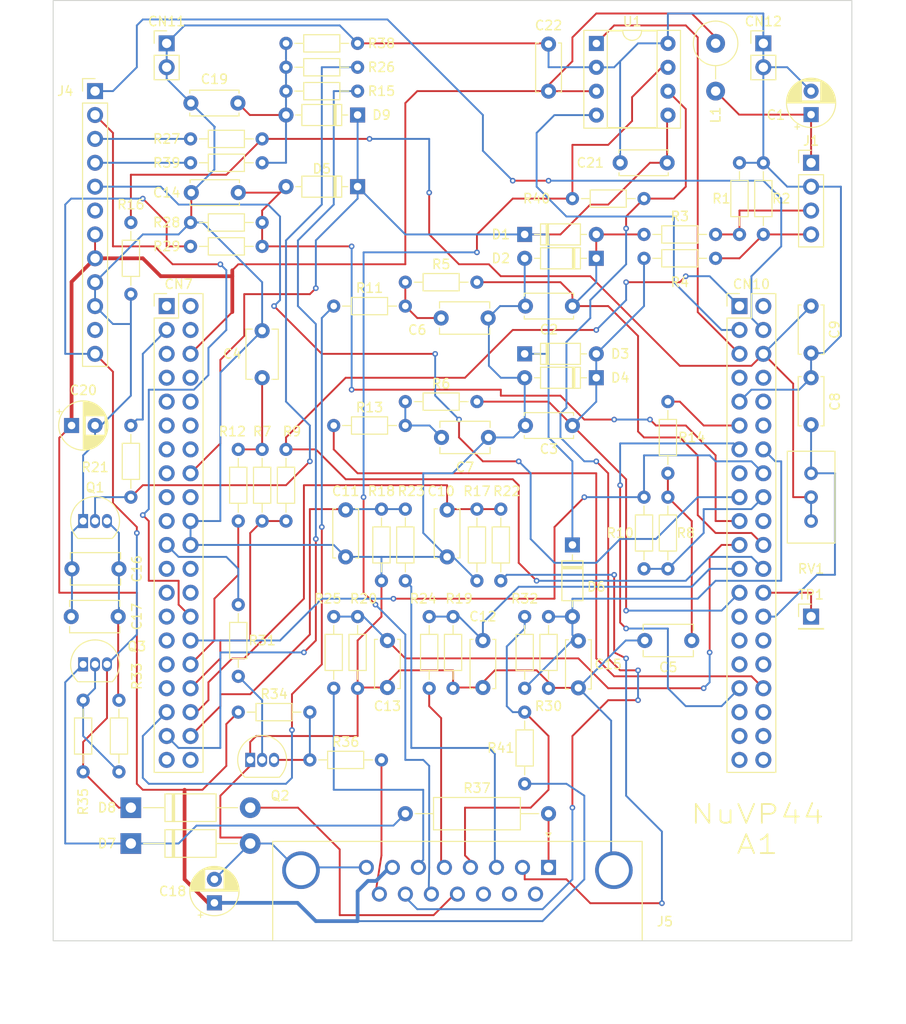
<source format=kicad_pcb>
(kicad_pcb (version 20221018) (generator pcbnew)
  (layers (0 "F.Cu" signal) (31 "B.Cu" signal) (34 "B.Paste" user) (35 "F.Paste" user) (36 "B.SilkS" user "B.Silkscreen") (37 "F.SilkS" user "F.Silkscreen") (38 "B.Mask" user) (39 "F.Mask" user) (44 "Edge.Cuts" user))
  (net 0 "")
  (net 1 "Net-(J1-Pin_1)")
  (net 2 "GND")
  (net 3 "PB2")
  (net 4 "PB10")
  (net 5 "Net-(C4-Pad1)")
  (net 6 "Net-(C5-Pad1)")
  (net 7 "Net-(C6-Pad1)")
  (net 8 "Net-(C7-Pad1)")
  (net 9 "PB14")
  (net 10 "PC5")
  (net 11 "PC1")
  (net 12 "PC0")
  (net 13 "PA8")
  (net 14 "PA9")
  (net 15 "PC7")
  (net 16 "PA11")
  (net 17 "Net-(Q1-C)")
  (net 18 "+5V")
  (net 19 "Net-(D9-A)")
  (net 20 "+3V3")
  (net 23 "PC12")
  (net 38 "PB7")
  (net 44 "PA0")
  (net 46 "PA1")
  (net 48 "PA4")
  (net 50 "PB0")
  (net 51 "PC2")
  (net 52 "PC3")
  (net 55 "PB1")
  (net 57 "PB8")
  (net 58 "PC6")
  (net 59 "PB9")
  (net 63 "PA5")
  (net 65 "Net-(CN10-Pin_13)")
  (net 67 "PB6")
  (net 68 "PB11")
  (net 70 "Net-(CN10-Pin_26)")
  (net 76 "PC4")
  (net 83 "Net-(D7-K)")
  (net 84 "Net-(D8-K)")
  (net 85 "Net-(D8-A)")
  (net 86 "Net-(J1-Pin_3)")
  (net 87 "Net-(J1-Pin_4)")
  (net 88 "Net-(J4-Pin_3)")
  (net 89 "Net-(J4-Pin_4)")
  (net 92 "Net-(J5-Pad3)")
  (net 93 "Net-(J5-Pad4)")
  (net 94 "Net-(J5-Pad5)")
  (net 95 "Net-(J5-Pad6)")
  (net 96 "Net-(J5-Pad1)")
  (net 97 "Net-(J5-Pad2)")
  (net 101 "Net-(J5-P13)")
  (net 102 "Net-(J5-P14)")
  (net 103 "Net-(J5-P15)")
  (net 104 "Net-(Q1-B)")
  (net 105 "Net-(Q2-B)")
  (net 106 "Net-(Q2-C)")
  (net 107 "Net-(Q3-B)")
  (footprint "Resistor_THT:R_Axial_DIN0204_L3.6mm_D1.6mm_P7.62mm_Horizontal" (layer "F.Cu") (at 165.1 73.66 180)
    (fp_text reference "R6")
    (fp_text value "47K")
  )
  (footprint "Diode_THT:D_DO-35_SOD27_P7.62mm_Horizontal" (layer "F.Cu") (at 177.8 58.42 180)
    (fp_text reference "D2")
    (fp_text value "1N914B")
  )
  (footprint "MountingHole:MountingHole_3.2mm_M3" (layer "F.Cu") (at 123.825 34.925)
    (fp_text reference "MH1" hide)
    (fp_text value "MountingHole_3.2mm_M3")
  )
  (footprint "Capacitor_THT:C_Disc_D5.0mm_W2.5mm_P5.00mm" (layer "F.Cu") (at 161.925 85.17 -90)
    (fp_text reference "C10")
    (fp_text value "0.1uF")
  )
  (footprint "Diode_THT:D_DO-41_SOD81_P12.70mm_Horizontal" (layer "F.Cu") (at 128.27 120.65)
    (fp_text reference "D7")
    (fp_text value "1N5393")
  )
  (footprint "Capacitor_THT:CP_Radial_D5.0mm_P2.50mm" (layer "F.Cu") (at 200.66 43.14 90)
    (fp_text reference "C1")
    (fp_text value "100uF")
  )
  (footprint "Resistor_THT:R_Axial_DIN0204_L3.6mm_D1.6mm_P7.62mm_Horizontal" (layer "F.Cu") (at 152.4 96.52 -90)
    (fp_text reference "R20")
    (fp_text value "10K")
  )
  (footprint "Capacitor_THT:C_Disc_D5.0mm_W2.5mm_P5.00mm" (layer "F.Cu") (at 200.66 63.5 -90)
    (fp_text reference "C9")
    (fp_text value "10nF")
  )
  (footprint "Resistor_THT:R_Axial_DIN0204_L3.6mm_D1.6mm_P7.62mm_Horizontal" (layer "F.Cu") (at 127 113.03 90)
    (fp_text reference "R33")
    (fp_text value "4.7K")
  )
  (footprint "Capacitor_THT:C_Disc_D5.0mm_W2.5mm_P5.00mm" (layer "F.Cu") (at 175.26 76.2 180)
    (fp_text reference "C3")
    (fp_text value "4.7nF")
  )
  (footprint "Capacitor_THT:C_Disc_D5.0mm_W2.5mm_P5.00mm" (layer "F.Cu") (at 175.26 63.5 180)
    (fp_text reference "C2")
    (fp_text value "4.7nF")
  )
  (footprint "Connector_Dsub:DSUB-15_Female_Horizontal_P2.77x2.84mm_EdgePinOffset4.94mm_Housed_MountingHolesOffset7.48mm" (layer "F.Cu") (at 172.72 123.19)
    (fp_text reference "J5" hide)
    (fp_text value "~")
  )
  (footprint "Capacitor_THT:C_Disc_D5.0mm_W2.5mm_P5.00mm" (layer "F.Cu") (at 172.72 35.64 -90)
    (fp_text reference "C22")
    (fp_text value "0.1uF")
  )
  (footprint "Diode_THT:D_DO-35_SOD27_P7.62mm_Horizontal" (layer "F.Cu") (at 170.18 68.58)
    (fp_text reference "D3")
    (fp_text value "1N914B")
  )
  (footprint "MountingHole:MountingHole_3.2mm_M3" (layer "F.Cu") (at 123.825 127)
    (fp_text reference "MH3" hide)
    (fp_text value "MountingHole_3.2mm_M3")
  )
  (footprint "Resistor_THT:R_Axial_DIN0204_L3.6mm_D1.6mm_P7.62mm_Horizontal" (layer "F.Cu") (at 160.02 96.52 -90)
    (fp_text reference "R24")
    (fp_text value "10K")
  )
  (footprint "Capacitor_THT:C_Disc_D5.0mm_W2.5mm_P5.00mm" (layer "F.Cu") (at 185.34 48.26 180)
    (fp_text reference "C21")
    (fp_text value "0.1uF")
  )
  (footprint "Resistor_THT:R_Axial_DIN0204_L3.6mm_D1.6mm_P7.62mm_Horizontal" (layer "F.Cu") (at 139.7 95.25 -90)
    (fp_text reference "R31")
    (fp_text value "1.5K")
  )
  (footprint "Capacitor_THT:C_Disc_D5.1mm_W3.2mm_P5.00mm" (layer "F.Cu") (at 187.96 99.06 180)
    (fp_text reference "C5")
    (fp_text value "1uF")
  )
  (footprint "Diode_THT:D_DO-35_SOD27_P7.62mm_Horizontal" (layer "F.Cu") (at 177.8 71.12 180)
    (fp_text reference "D4")
    (fp_text value "1N914B")
  )
  (footprint "Resistor_THT:R_Axial_DIN0204_L3.6mm_D1.6mm_P7.62mm_Horizontal" (layer "F.Cu") (at 167.64 85.09 -90)
    (fp_text reference "R22")
    (fp_text value "10K")
  )
  (footprint "MountingHole:MountingHole_3.2mm_M3" (layer "F.Cu") (at 201.295 127)
    (fp_text reference "MH4" hide)
    (fp_text value "MountingHole_3.2mm_M3")
  )
  (footprint "Resistor_THT:R_Axial_DIN0204_L3.6mm_D1.6mm_P7.62mm_Horizontal" (layer "F.Cu") (at 175.26 52.07)
    (fp_text reference "R40")
    (fp_text value "120R")
  )
  (footprint "Capacitor_THT:C_Disc_D5.1mm_W3.2mm_P5.00mm" (layer "F.Cu") (at 126.92 96.52 180)
    (fp_text reference "C17")
    (fp_text value "1uF")
  )
  (footprint "Resistor_THT:R_Axial_DIN0204_L3.6mm_D1.6mm_P7.62mm_Horizontal" (layer "F.Cu") (at 157.48 85.09 -90)
    (fp_text reference "R23")
    (fp_text value "10K")
  )
  (footprint "Inductor_THT:L_Axial_L11.0mm_D4.5mm_P5.08mm_Vertical_Fastron_MECC" (layer "F.Cu") (at 190.5 35.56 -90)
    (fp_text reference "L1")
    (fp_text value "500uH")
  )
  (footprint "Resistor_THT:R_Axial_DIN0204_L3.6mm_D1.6mm_P7.62mm_Horizontal" (layer "F.Cu") (at 128.27 83.82 90)
    (fp_text reference "R21")
    (fp_text value "2.2K")
  )
  (footprint "Resistor_THT:R_Axial_DIN0309_L9.0mm_D3.2mm_P15.24mm_Horizontal" (layer "F.Cu") (at 157.48 117.475)
    (fp_text reference "R37")
    (fp_text value "4.7R_1/2W")
  )
  (footprint "Resistor_THT:R_Axial_DIN0204_L3.6mm_D1.6mm_P7.62mm_Horizontal" (layer "F.Cu") (at 154.94 85.09 -90)
    (fp_text reference "R18")
    (fp_text value "10K")
  )
  (footprint "Resistor_THT:R_Axial_DIN0204_L3.6mm_D1.6mm_P7.62mm_Horizontal" (layer "F.Cu") (at 147.32 111.76)
    (fp_text reference "R36")
    (fp_text value "33R")
  )
  (footprint "Capacitor_THT:C_Disc_D5.1mm_W3.2mm_P5.00mm" (layer "F.Cu") (at 127 91.44 180)
    (fp_text reference "C16")
    (fp_text value "1uF")
  )
  (footprint "Diode_THT:D_DO-41_SOD81_P12.70mm_Horizontal" (layer "F.Cu") (at 128.27 116.84)
    (fp_text reference "D8")
    (fp_text value "1N5393")
  )
  (footprint "Resistor_THT:R_Axial_DIN0204_L3.6mm_D1.6mm_P7.62mm_Horizontal" (layer "F.Cu") (at 128.27 54.61 -90)
    (fp_text reference "R16")
    (fp_text value "4.7K")
  )
  (footprint "Resistor_THT:R_Axial_DIN0204_L3.6mm_D1.6mm_P7.62mm_Horizontal" (layer "F.Cu") (at 142.24 45.72 180)
    (fp_text reference "R27")
    (fp_text value "4.7K")
  )
  (footprint "Resistor_THT:R_Axial_DIN0204_L3.6mm_D1.6mm_P7.62mm_Horizontal" (layer "F.Cu") (at 149.86 96.52 -90)
    (fp_text reference "R25")
    (fp_text value "10K")
  )
  (footprint "Connector_PinHeader_2.54mm:PinHeader_2x20_P2.54mm_Vertical" (layer "F.Cu") (at 193.04 63.5)
    (fp_text reference "CN10")
    (fp_text value "Conn_02x20_Odd_Even")
  )
  (footprint "Capacitor_THT:C_Disc_D5.0mm_W2.5mm_P5.00mm" (layer "F.Cu") (at 139.7 51.435 180)
    (fp_text reference "C14")
    (fp_text value "0.1uF")
  )
  (footprint "Resistor_THT:R_Axial_DIN0204_L3.6mm_D1.6mm_P7.62mm_Horizontal" (layer "F.Cu") (at 142.24 57.15 180)
    (fp_text reference "R29")
    (fp_text value "15K")
  )
  (footprint "Resistor_THT:R_Axial_DIN0204_L3.6mm_D1.6mm_P7.62mm_Horizontal" (layer "F.Cu") (at 185.42 91.44 90)
    (fp_text reference "R8")
    (fp_text value "1.5K")
  )
  (footprint "Capacitor_THT:C_Disc_D5.0mm_W2.5mm_P5.00mm" (layer "F.Cu") (at 165.735 99.06 -90)
    (fp_text reference "C12")
    (fp_text value "300pF")
  )
  (footprint "Connector_PinHeader_2.54mm:PinHeader_1x04_P2.54mm_Vertical" (layer "F.Cu") (at 200.66 48.26)
    (fp_text reference "J1")
    (fp_text value "Conn_01x04_Shielded")
  )
  (footprint "Package_TO_SOT_THT:TO-92_Inline" (layer "F.Cu") (at 123.19 86.36)
    (fp_text reference "Q1")
    (fp_text value "PN2222A")
  )
  (footprint "Connector_PinHeader_2.54mm:PinHeader_1x02_P2.54mm_Vertical" (layer "F.Cu") (at 195.58 35.56)
    (fp_text reference "CN12")
    (fp_text value "Conn_01x02_Female")
  )
  (footprint "Resistor_THT:R_Axial_DIN0204_L3.6mm_D1.6mm_P7.62mm_Horizontal" (layer "F.Cu") (at 185.42 73.66 -90)
    (fp_text reference "R14")
    (fp_text value "10K")
  )
  (footprint "Resistor_THT:R_Axial_DIN0204_L3.6mm_D1.6mm_P7.62mm_Horizontal" (layer "F.Cu") (at 170.18 114.3 90)
    (fp_text reference "R41")
    (fp_text value "1.5K")
  )
  (footprint "Capacitor_THT:C_Disc_D5.1mm_W3.2mm_P5.00mm" (layer "F.Cu") (at 161.33 77.47)
    (fp_text reference "C7")
    (fp_text value "1uF")
  )
  (footprint "Resistor_THT:R_Axial_DIN0204_L3.6mm_D1.6mm_P7.62mm_Horizontal" (layer "F.Cu") (at 144.78 35.56)
    (fp_text reference "R38")
    (fp_text value "2K")
  )
  (footprint "Resistor_THT:R_Axial_DIN0204_L3.6mm_D1.6mm_P7.62mm_Horizontal" (layer "F.Cu") (at 144.78 38.1)
    (fp_text reference "R26")
    (fp_text value "47K")
  )
  (footprint "Capacitor_THT:C_Disc_D5.0mm_W2.5mm_P5.00mm" (layer "F.Cu") (at 200.66 76.12 90)
    (fp_text reference "C8")
    (fp_text value "300pF")
  )
  (footprint "Capacitor_THT:C_Disc_D5.0mm_W2.5mm_P5.00mm" (layer "F.Cu") (at 151.13 85.17 -90)
    (fp_text reference "C11")
    (fp_text value "0.1uF")
  )
  (footprint "Package_DIP:DIP-8_W7.62mm_Socket" (layer "F.Cu") (at 177.81 35.57)
    (fp_text reference "U1")
    (fp_text value "MCP2562-E-P")
  )
  (footprint "Connector_PinHeader_2.54mm:PinHeader_1x12_P2.54mm_Vertical" (layer "F.Cu") (at 124.46 40.64)
    (fp_text reference "J4")
    (fp_text value "Conn_01x12")
  )
  (footprint "Resistor_THT:R_Axial_DIN0204_L3.6mm_D1.6mm_P7.62mm_Horizontal" (layer "F.Cu") (at 162.56 96.52 -90)
    (fp_text reference "R19")
    (fp_text value "10K")
  )
  (footprint "Resistor_THT:R_Axial_DIN0204_L3.6mm_D1.6mm_P7.62mm_Horizontal" (layer "F.Cu") (at 170.18 104.14 90)
    (fp_text reference "R32")
    (fp_text value "10K")
  )
  (footprint "Connector_PinHeader_2.54mm:PinHeader_1x01_P2.54mm_Vertical" (layer "F.Cu") (at 200.66 96.52)
    (fp_text reference "TP1")
    (fp_text value "Conn_01x01_Male")
  )
  (footprint "Package_TO_SOT_THT:TO-92_Inline" (layer "F.Cu") (at 140.97 111.76)
    (fp_text reference "Q2")
    (fp_text value "PN2222A")
  )
  (footprint "Capacitor_THT:C_Disc_D5.0mm_W2.5mm_P5.00mm" (layer "F.Cu") (at 155.575 99.06 -90)
    (fp_text reference "C13")
    (fp_text value "300pF")
  )
  (footprint "Resistor_THT:R_Axial_DIN0204_L3.6mm_D1.6mm_P7.62mm_Horizontal" (layer "F.Cu") (at 193.04 55.88 90)
    (fp_text reference "R1")
    (fp_text value "1.5K")
  )
  (footprint "Resistor_THT:R_Axial_DIN0204_L3.6mm_D1.6mm_P7.62mm_Horizontal" (layer "F.Cu") (at 195.58 55.88 90)
    (fp_text reference "R2")
    (fp_text value "1.5K")
  )
  (footprint "Diode_THT:D_DO-35_SOD27_P7.62mm_Horizontal" (layer "F.Cu") (at 170.18 55.88)
    (fp_text reference "D1")
    (fp_text value "1N914B")
  )
  (footprint "Capacitor_THT:C_Disc_D5.1mm_W3.2mm_P5.00mm" (layer "F.Cu") (at 161.29 64.77)
    (fp_text reference "C6")
    (fp_text value "1uF")
  )
  (footprint "Resistor_THT:R_Axial_DIN0204_L3.6mm_D1.6mm_P7.62mm_Horizontal" (layer "F.Cu") (at 165.1 85.09 -90)
    (fp_text reference "R17")
    (fp_text value "10K")
  )
  (footprint "Capacitor_THT:CP_Radial_D5.0mm_P2.50mm" (layer "F.Cu") (at 137.16 126.96 90)
    (fp_text reference "C18")
    (fp_text value "100uF")
  )
  (footprint "Capacitor_THT:C_Disc_D5.1mm_W3.2mm_P5.00mm" (layer "F.Cu") (at 142.24 71.12 90)
    (fp_text reference "C4")
    (fp_text value "1uF")
  )
  (footprint "Resistor_THT:R_Axial_DIN0204_L3.6mm_D1.6mm_P7.62mm_Horizontal" (layer "F.Cu") (at 182.88 91.44 90)
    (fp_text reference "R10")
    (fp_text value "470K")
  )
  (footprint "Diode_THT:D_DO-35_SOD27_P7.62mm_Horizontal" (layer "F.Cu") (at 175.26 88.9 -90)
    (fp_text reference "D6")
    (fp_text value "1N914B")
  )
  (footprint "Resistor_THT:R_Axial_DIN0204_L3.6mm_D1.6mm_P7.62mm_Horizontal" (layer "F.Cu") (at 182.88 55.88)
    (fp_text reference "R3")
    (fp_text value "1.5K")
  )
  (footprint "Connector_PinHeader_2.54mm:PinHeader_2x20_P2.54mm_Vertical" (layer "F.Cu") (at 132.08 63.5)
    (fp_text reference "CN7")
    (fp_text value "Conn_02x20_Odd_Even")
  )
  (footprint "Connector_PinHeader_2.54mm:PinHeader_1x02_P2.54mm_Vertical" (layer "F.Cu") (at 132.08 35.56)
    (fp_text reference "CN11")
    (fp_text value "Conn_01x02_Female")
  )
  (footprint "Resistor_THT:R_Axial_DIN0204_L3.6mm_D1.6mm_P7.62mm_Horizontal" (layer "F.Cu") (at 142.24 86.36 90)
    (fp_text reference "R7")
    (fp_text value "1.5K")
  )
  (footprint "Capacitor_THT:C_Disc_D5.0mm_W2.5mm_P5.00mm" (layer "F.Cu") (at 175.895 99.1 -90)
    (fp_text reference "C15")
    (fp_text value "0.1uF")
  )
  (footprint "Resistor_THT:R_Axial_DIN0204_L3.6mm_D1.6mm_P7.62mm_Horizontal" (layer "F.Cu") (at 149.86 76.2)
    (fp_text reference "R13")
    (fp_text value "1K")
  )
  (footprint "Resistor_THT:R_Axial_DIN0204_L3.6mm_D1.6mm_P7.62mm_Horizontal" (layer "F.Cu") (at 172.72 96.52 -90)
    (fp_text reference "R30")
    (fp_text value "10K")
  )
  (footprint "Diode_THT:D_DO-35_SOD27_P7.62mm_Horizontal" (layer "F.Cu") (at 152.4 43.18 180)
    (fp_text reference "D9")
    (fp_text value "1N914B")
  )
  (footprint "Capacitor_THT:C_Disc_D5.0mm_W2.5mm_P5.00mm" (layer "F.Cu") (at 139.66 41.91 180)
    (fp_text reference "C19")
    (fp_text value "10nF")
  )
  (footprint "Resistor_THT:R_Axial_DIN0204_L3.6mm_D1.6mm_P7.62mm_Horizontal" (layer "F.Cu") (at 123.19 113.03 90)
    (fp_text reference "R35")
    (fp_text value "100K")
  )
  (footprint "Resistor_THT:R_Axial_DIN0204_L3.6mm_D1.6mm_P7.62mm_Horizontal" (layer "F.Cu") (at 142.24 48.26 180)
    (fp_text reference "R39")
    (fp_text value "10K")
  )
  (footprint "Resistor_THT:R_Axial_DIN0204_L3.6mm_D1.6mm_P7.62mm_Horizontal" (layer "F.Cu") (at 144.78 40.64)
    (fp_text reference "R15")
    (fp_text value "1K")
  )
  (footprint "Diode_THT:D_DO-35_SOD27_P7.62mm_Horizontal" (layer "F.Cu") (at 152.4 50.8 180)
    (fp_text reference "D5")
    (fp_text value "1N914B")
  )
  (footprint "Resistor_THT:R_Axial_DIN0204_L3.6mm_D1.6mm_P7.62mm_Horizontal" (layer "F.Cu") (at 139.7 106.68)
    (fp_text reference "R34")
    (fp_text value "10K")
  )
  (footprint "Resistor_THT:R_Axial_DIN0204_L3.6mm_D1.6mm_P7.62mm_Horizontal" (layer "F.Cu") (at 165.1 60.96 180)
    (fp_text reference "R5")
    (fp_text value "47K")
  )
  (footprint "Package_TO_SOT_THT:TO-92_Inline" (layer "F.Cu") (at 123.19 101.6)
    (fp_text reference "Q3")
    (fp_text value "BC327")
  )
  (footprint "Resistor_THT:R_Axial_DIN0204_L3.6mm_D1.6mm_P7.62mm_Horizontal" (layer "F.Cu") (at 182.88 58.42)
    (fp_text reference "R4")
    (fp_text value "1.5K")
  )
  (footprint "MountingHole:MountingHole_3.2mm_M3" (layer "F.Cu") (at 201.295 34.925)
    (fp_text reference "MH2" hide)
    (fp_text value "MountingHole_3.2mm_M3")
  )
  (footprint "Capacitor_THT:CP_Radial_D5.0mm_P2.50mm" (layer "F.Cu") (at 121.96 76.2)
    (fp_text reference "C20")
    (fp_text value "100uF")
  )
  (footprint "Resistor_THT:R_Axial_DIN0204_L3.6mm_D1.6mm_P7.62mm_Horizontal" (layer "F.Cu") (at 139.7 86.36 90)
    (fp_text reference "R12")
    (fp_text value "10K")
  )
  (footprint "Resistor_THT:R_Axial_DIN0204_L3.6mm_D1.6mm_P7.62mm_Horizontal" (layer "F.Cu") (at 142.24 54.61 180)
    (fp_text reference "R28")
    (fp_text value "3.9K")
  )
  (footprint "Resistor_THT:R_Axial_DIN0204_L3.6mm_D1.6mm_P7.62mm_Horizontal" (layer "F.Cu") (at 149.86 63.5)
    (fp_text reference "R11")
    (fp_text value "1K")
  )
  (footprint "Potentiometer_THT:Potentiometer_Bourns_3296W_Vertical" (layer "F.Cu") (at 200.66 81.28 90)
    (fp_text reference "RV1")
    (fp_text value "100K")
  )
  (footprint "Resistor_THT:R_Axial_DIN0204_L3.6mm_D1.6mm_P7.62mm_Horizontal" (layer "F.Cu") (at 144.78 86.36 90)
    (fp_text reference "R9")
    (fp_text value "470K")
  )
  (gr_rect (start 120 31) (end 205 131) (stroke (width 0.1)) (fill none) (layer "Edge.Cuts"))
  (gr_text "NuVP44\nA1" (at 194.945 121.92) (layer "F.SilkS") (effects (font (size 2 2.5) (thickness 0.1875)) (justify bottom)))
  (gr_text "J5" (at 184.15 129.54) (layer "F.SilkS") (effects (font (size 1 1)) (justify left bottom)))
  (segment (start 200.66 43.14) (end 200.66 48.26) (width 0.2) (layer "F.Cu") (net 1))
  (segment (start 190.5 40.64) (end 193 43.14) (width 0.2) (layer "F.Cu") (net 1))
  (segment (start 193 43.14) (end 200.66 43.14) (width 0.2) (layer "F.Cu") (net 1))
  (segment (start 137.795 120.015) (end 137.795 115.57) (width 0.2) (layer "F.Cu") (net 2))
  (segment (start 167.005 102.235) (end 171.45 102.235) (width 0.2) (layer "F.Cu") (net 2))
  (segment (start 140.335 120.015) (end 137.795 120.015) (width 0.2) (layer "F.Cu") (net 2))
  (segment (start 165.735 103.505) (end 167.005 102.235) (width 0.2) (layer "F.Cu") (net 2))
  (segment (start 165.735 104.06) (end 162.64 104.06) (width 0.2) (layer "F.Cu") (net 2))
  (segment (start 152.4 104.14) (end 152.4 109.22) (width 0.2) (layer "F.Cu") (net 2))
  (segment (start 134.7 51.435) (end 134.7 54.53) (width 0.2) (layer "F.Cu") (net 2))
  (segment (start 162.56 104.14) (end 162.56 102.235) (width 0.2) (layer "F.Cu") (net 2))
  (segment (start 175.895 104.1) (end 172.76 104.1) (width 0.2) (layer "F.Cu") (net 2))
  (segment (start 141.605 109.22) (end 140.97 109.855) (width 0.2) (layer "F.Cu") (net 2))
  (segment (start 172.72 103.505) (end 172.72 104.14) (width 0.2) (layer "F.Cu") (net 2))
  (segment (start 162.56 102.235) (end 156.845 102.235) (width 0.2) (layer "F.Cu") (net 2))
  (segment (start 152.4 109.22) (end 141.605 109.22) (width 0.2) (layer "F.Cu") (net 2))
  (segment (start 137.795 115.57) (end 140.97 112.395) (width 0.2) (layer "F.Cu") (net 2))
  (segment (start 156.845 102.235) (end 155.575 103.505) (width 0.2) (layer "F.Cu") (net 2))
  (segment (start 152.4 99.06) (end 152.4 104.14) (width 0.2) (layer "F.Cu") (net 2))
  (segment (start 155.575 104.06) (end 152.48 104.06) (width 0.2) (layer "F.Cu") (net 2))
  (segment (start 152.4 35.56) (end 172.64 35.56) (width 0.2) (layer "F.Cu") (net 2))
  (segment (start 171.45 102.235) (end 172.72 103.505) (width 0.2) (layer "F.Cu") (net 2))
  (segment (start 154.94 96.52) (end 152.4 99.06) (width 0.2) (layer "F.Cu") (net 2))
  (segment (start 154.94 92.71) (end 154.94 96.52) (width 0.2) (layer "F.Cu") (net 2))
  (segment (start 140.97 109.855) (end 140.97 111.76) (width 0.2) (layer "F.Cu") (net 2))
  (segment (start 162.56 90.17) (end 165.1 92.71) (width 0.2) (layer "B.Cu") (net 2))
  (segment (start 180.34 48.26) (end 180.34 37.465) (width 0.2) (layer "B.Cu") (net 2))
  (segment (start 137.2 44.45) (end 137.16 44.45) (width 0.2) (layer "B.Cu") (net 2))
  (segment (start 198.12 50.8) (end 195.58 48.26) (width 0.2) (layer "B.Cu") (net 2))
  (segment (start 135.89 54.61) (end 142.24 60.96) (width 0.2) (layer "B.Cu") (net 2))
  (segment (start 128.27 73.025) (end 125.095 76.2) (width 0.2) (layer "B.Cu") (net 2))
  (segment (start 134.66 41.91) (end 137.2 44.45) (width 0.2) (layer "B.Cu") (net 2))
  (segment (start 124.46 63.5) (end 126.365 65.405) (width 0.2) (layer "B.Cu") (net 2))
  (segment (start 194.31 72.39) (end 193.04 73.66) (width 0.2) (layer "B.Cu") (net 2))
  (segment (start 195.58 38.1) (end 195.58 48.26) (width 0.2) (layer "B.Cu") (net 2))
  (segment (start 133.985 33.655) (end 150.495 33.655) (width 0.2) (layer "B.Cu") (net 2))
  (segment (start 137.795 86.36) (end 137.795 70.565) (width 0.2) (layer "B.Cu") (net 2))
  (segment (start 124.46 60.96) (end 124.46 63.5) (width 0.2) (layer "B.Cu") (net 2))
  (segment (start 123.19 86.36) (end 123.19 79.375) (width 0.2) (layer "B.Cu") (net 2))
  (segment (start 146.08 123.49) (end 143.24 120.65) (width 0.2) (layer "B.Cu") (net 2))
  (segment (start 122 91.44) (end 122 96.44) (width 0.2) (layer "B.Cu") (net 2))
  (segment (start 133.35 55.88) (end 129.54 55.88) (width 0.2) (layer "B.Cu") (net 2))
  (segment (start 150.495 33.655) (end 152.4 35.56) (width 0.2) (layer "B.Cu") (net 2))
  (segment (start 124.46 78.105) (end 124.46 76.2) (width 0.2) (layer "B.Cu") (net 2))
  (segment (start 142.24 60.96) (end 142.24 66.12) (width 0.2) (layer "B.Cu") (net 2))
  (segment (start 170.18 58.42) (end 170.18 63.42) (width 0.2) (layer "B.Cu") (net 2))
  (segment (start 175.895 104.1) (end 179.38 107.585) (width 0.2) (layer "B.Cu") (net 2))
  (segment (start 154.94 92.71) (end 154.94 90.17) (width 0.2) (layer "B.Cu") (net 2))
  (segment (start 166.37 69.85) (end 167.64 71.12) (width 0.2) (layer "B.Cu") (net 2))
  (segment (start 149.86 88.9) (end 151.13 90.17) (width 0.2) (layer "B.Cu") (net 2))
  (segment (start 132.08 35.56) (end 133.985 33.655) (width 0.2) (layer "B.Cu") (net 2))
  (segment (start 200.66 50.8) (end 198.12 50.8) (width 0.2) (layer "B.Cu") (net 2))
  (segment (start 179.38 107.585) (end 179.38 123.49) (width 0.2) (layer "B.Cu") (net 2))
  (segment (start 167.56 63.5) (end 166.29 64.77) (width 0.2) (layer "B.Cu") (net 2))
  (segment (start 129.54 55.88) (end 124.46 60.96) (width 0.2) (layer "B.Cu") (net 2))
  (segment (start 140.97 120.65) (end 137.16 124.46) (width 0.2) (layer "B.Cu") (net 2))
  (segment (start 128.27 62.23) (end 128.27 65.405) (width 0.2) (layer "B.Cu") (net 2))
  (segment (start 122 87.55) (end 122 91.44) (width 0.2) (layer "B.Cu") (net 2))
  (segment (start 175.895 104.1) (end 180.935 99.06) (width 0.2) (layer "B.Cu") (net 2))
  (segment (start 123.19 86.36) (end 122 87.55) (width 0.2) (layer "B.Cu") (net 2))
  (segment (start 195.58 35.56) (end 195.58 38.1) (width 0.2) (layer "B.Cu") (net 2))
  (segment (start 177.81 38.11) (end 179.695 38.11) (width 0.2) (layer "B.Cu") (net 2))
  (segment (start 137.16 48.975) (end 134.7 51.435) (width 0.2) (layer "B.Cu") (net 2))
  (segment (start 167.64 71.12) (end 170.18 71.12) (width 0.2) (layer "B.Cu") (net 2))
  (segment (start 132.08 39.33) (end 134.66 41.91) (width 0.2) (layer "B.Cu") (net 2))
  (segment (start 123.19 79.375) (end 124.46 78.105) (width 0.2) (layer "B.Cu") (net 2))
  (segment (start 170.26 63.5) (end 167.56 63.5) (width 0.2) (layer "B.Cu") (net 2))
  (segment (start 137.16 44.45) (end 137.16 48.975) (width 0.2) (layer "B.Cu") (net 2))
  (segment (start 172.72 35.64) (end 172.72 38.1) (width 0.2) (layer "B.Cu") (net 2))
  (segment (start 200.66 50.8) (end 203.835 50.8) (width 0.2) (layer "B.Cu") (net 2))
  (segment (start 193.04 48.26) (end 195.58 48.26) (width 0.2) (layer "B.Cu") (net 2))
  (segment (start 134.62 86.36) (end 137.795 86.36) (width 0.2) (layer "B.Cu") (net 2))
  (segment (start 134.62 54.61) (end 133.35 55.88) (width 0.2) (layer "B.Cu") (net 2))
  (segment (start 182.245 35.56) (end 185.42 35.56) (width 0.2) (layer "B.Cu") (net 2))
  (segment (start 134.62 88.9) (end 134.62 86.36) (width 0.2) (layer "B.Cu") (net 2))
  (segment (start 200.66 40.64) (end 198.12 38.1) (width 0.2) (layer "B.Cu") (net 2))
  (segment (start 128.27 65.405) (end 128.27 73.025) (width 0.2) (layer "B.Cu") (net 2))
  (segment (start 166.37 64.85) (end 166.37 69.85) (width 0.2) (layer "B.Cu") (net 2))
  (segment (start 200.66 68.5) (end 200.66 71.12) (width 0.2) (layer "B.Cu") (net 2))
  (segment (start 203.835 66.675) (end 202.01 68.5) (width 0.2) (layer "B.Cu") (net 2))
  (segment (start 126.365 65.405) (end 128.27 65.405) (width 0.2) (layer "B.Cu") (net 2))
  (segment (start 162.52 81.28) (end 159.385 81.28) (width 0.2) (layer "B.Cu") (net 2))
  (segment (start 185.42 35.56) (end 185.42 32.385) (width 0.2) (layer "B.Cu") (net 2))
  (segment (start 143.24 120.65) (end 140.97 120.65) (width 0.2) (layer "B.Cu") (net 2))
  (segment (start 202.01 68.5) (end 200.66 68.5) (width 0.2) (layer "B.Cu") (net 2))
  (segment (start 159.385 87.63) (end 161.925 90.17) (width 0.2) (layer "B.Cu") (net 2))
  (segment (start 132.08 35.56) (end 132.08 38.1) (width 0.2) (layer "B.Cu") (net 2))
  (segment (start 153.035 123.19) (end 146.38 123.19) (width 0.2) (layer "B.Cu") (net 2))
  (segment (start 151.13 90.17) (end 161.925 90.17) (width 0.2) (layer "B.Cu") (net 2))
  (segment (start 159.385 81.28) (end 159.385 87.63) (width 0.2) (layer "B.Cu") (net 2))
  (segment (start 170.26 76.2) (end 168.99 77.47) (width 0.2) (layer "B.Cu") (net 2))
  (segment (start 200.66 71.12) (end 199.39 72.39) (width 0.2) (layer "B.Cu") (net 2))
  (segment (start 180.34 37.465) (end 182.245 35.56) (width 0.2) (layer "B.Cu") (net 2))
  (segment (start 134.62 88.9) (end 149.86 88.9) (width 0.2) (layer "B.Cu") (net 2))
  (segment (start 137.795 70.565) (end 142.24 66.12) (width 0.2) (layer "B.Cu") (net 2))
  (segment (start 195.58 32.385) (end 195.58 35.56) (width 0.2) (layer "B.Cu") (net 2))
  (segment (start 199.39 72.39) (end 194.31 72.39) (width 0.2) (layer "B.Cu") (net 2))
  (segment (start 132.08 38.1) (end 132.08 39.33) (width 0.2) (layer "B.Cu") (net 2))
  (segment (start 198.12 38.1) (end 195.58 38.1) (width 0.2) (layer "B.Cu") (net 2))
  (segment (start 179.695 38.11) (end 180.34 37.465) (width 0.2) (layer "B.Cu") (net 2))
  (segment (start 168.99 77.47) (end 166.33 77.47) (width 0.2) (layer "B.Cu") (net 2))
  (segment (start 170.18 71.12) (end 170.18 76.12) (width 0.2) (layer "B.Cu") (net 2))
  (segment (start 185.42 32.385) (end 195.58 32.385) (width 0.2) (layer "B.Cu") (net 2))
  (segment (start 180.935 99.06) (end 182.96 99.06) (width 0.2) (layer "B.Cu") (net 2))
  (segment (start 203.835 50.8) (end 203.835 66.675) (width 0.2) (layer "B.Cu") (net 2))
  (segment (start 134.62 54.61) (end 135.89 54.61) (width 0.2) (layer "B.Cu") (net 2))
  (segment (start 166.33 77.47) (end 162.52 81.28) (width 0.2) (layer "B.Cu") (net 2))
  (segment (start 172.72 38.1) (end 177.8 38.1) (width 0.2) (layer "B.Cu") (net 2))
  (segment (start 182.245 76.835) (end 182.88 77.47) (width 0.2) (layer "F.Cu") (net 3))
  (segment (start 186.69 77.47) (end 188.595 79.375) (width 0.2) (layer "F.Cu") (net 3))
  (segment (start 165.1 60.96) (end 173.99 60.96) (width 0.2) (layer "F.Cu") (net 3))
  (segment (start 173.99 60.96) (end 175.26 62.23) (width 0.2) (layer "F.Cu") (net 3))
  (segment (start 190.5 87.63) (end 194.31 87.63) (width 0.2) (layer "F.Cu") (net 3))
  (segment (start 179.07 63.5) (end 182.245 66.675) (width 0.2) (layer "F.Cu") (net 3))
  (segment (start 182.245 66.675) (end 182.245 76.835) (width 0.2) (layer "F.Cu") (net 3))
  (segment (start 194.31 87.63) (end 195.58 88.9) (width 0.2) (layer "F.Cu") (net 3))
  (segment (start 182.88 55.88) (end 177.8 55.88) (width 0.2) (layer "F.Cu") (net 3))
  (segment (start 175.26 63.5) (end 179.07 63.5) (width 0.2) (layer "F.Cu") (net 3))
  (segment (start 182.88 77.47) (end 186.69 77.47) (width 0.2) (layer "F.Cu") (net 3))
  (segment (start 188.595 79.375) (end 188.595 85.725) (width 0.2) (layer "F.Cu") (net 3))
  (segment (start 177.8 58.42) (end 177.8 55.88) (width 0.2) (layer "F.Cu") (net 3))
  (segment (start 188.595 85.725) (end 190.5 87.63) (width 0.2) (layer "F.Cu") (net 3))
  (segment (start 175.26 62.23) (end 175.26 63.5) (width 0.2) (layer "F.Cu") (net 3))
  (segment (start 177.8 60.96) (end 175.26 63.5) (width 0.2) (layer "B.Cu") (net 3))
  (segment (start 177.8 58.42) (end 177.8 60.96) (width 0.2) (layer "B.Cu") (net 3))
  (segment (start 165.1 73.66) (end 172.72 73.66) (width 0.2) (layer "F.Cu") (net 4))
  (segment (start 172.72 73.66) (end 175.26 76.2) (width 0.2) (layer "F.Cu") (net 4))
  (segment (start 175.26 76.2) (end 180.975 81.915) (width 0.2) (layer "F.Cu") (net 4))
  (segment (start 180.975 81.915) (end 180.975 95.885) (width 0.2) (layer "F.Cu") (net 4))
  (via (at 180.975 95.885) (size 0.6) (drill 0.3) (layers "F.Cu" "B.Cu") (net 4))
  (segment (start 182.88 58.42) (end 182.88 63.5) (width 0.2) (layer "B.Cu") (net 4))
  (segment (start 182.88 63.5) (end 177.8 68.58) (width 0.2) (layer "B.Cu") (net 4))
  (segment (start 191.135 95.885) (end 193.04 93.98) (width 0.2) (layer "B.Cu") (net 4))
  (segment (start 177.8 73.66) (end 175.26 76.2) (width 0.2) (layer "B.Cu") (net 4))
  (segment (start 177.8 71.12) (end 177.8 73.66) (width 0.2) (layer "B.Cu") (net 4))
  (segment (start 180.975 95.885) (end 191.135 95.885) (width 0.2) (layer "B.Cu") (net 4))
  (segment (start 177.8 68.58) (end 177.8 71.12) (width 0.2) (layer "B.Cu") (net 4))
  (segment (start 142.24 78.74) (end 139.7 78.74) (width 0.2) (layer "F.Cu") (net 5))
  (segment (start 142.24 71.12) (end 142.24 78.74) (width 0.2) (layer "F.Cu") (net 5))
  (segment (start 185.42 81.28) (end 185.42 83.82) (width 0.2) (layer "F.Cu") (net 6))
  (segment (start 187.96 86.36) (end 187.96 99.06) (width 0.2) (layer "F.Cu") (net 6))
  (segment (start 185.42 83.82) (end 187.96 86.36) (width 0.2) (layer "F.Cu") (net 6))
  (segment (start 157.48 63.5) (end 158.75 64.77) (width 0.2) (layer "F.Cu") (net 7))
  (segment (start 157.48 60.96) (end 157.48 63.5) (width 0.2) (layer "F.Cu") (net 7))
  (segment (start 158.75 64.77) (end 161.29 64.77) (width 0.2) (layer "F.Cu") (net 7))
  (segment (start 160.06 76.2) (end 157.48 76.2) (width 0.2) (layer "B.Cu") (net 8))
  (segment (start 161.33 77.47) (end 160.06 76.2) (width 0.2) (layer "B.Cu") (net 8))
  (segment (start 157.48 76.2) (end 157.48 73.66) (width 0.2) (layer "B.Cu") (net 8))
  (segment (start 200.66 81.28) (end 203.2 81.28) (width 0.2) (layer "B.Cu") (net 9))
  (segment (start 203.2 92.075) (end 201.295 92.075) (width 0.2) (layer "B.Cu") (net 9))
  (segment (start 201.295 92.075) (end 196.85 96.52) (width 0.2) (layer "B.Cu") (net 9))
  (segment (start 196.85 96.52) (end 195.58 96.52) (width 0.2) (layer "B.Cu") (net 9))
  (segment (start 203.2 81.28) (end 203.2 92.075) (width 0.2) (layer "B.Cu") (net 9))
  (segment (start 200.66 76.12) (end 200.66 81.28) (width 0.2) (layer "B.Cu") (net 9))
  (segment (start 128.27 49.53) (end 138.43 49.53) (width 0.2) (layer "F.Cu") (net 10))
  (segment (start 163.195 59.055) (end 160.02 55.88) (width 0.2) (layer "F.Cu") (net 10))
  (segment (start 186.69 69.85) (end 194.31 69.85) (width 0.2) (layer "F.Cu") (net 10))
  (segment (start 142.24 45.72) (end 153.67 45.72) (width 0.2) (layer "F.Cu") (net 10))
  (segment (start 198.755 83.82) (end 198.755 71.755) (width 0.2) (layer "F.Cu") (net 10))
  (segment (start 166.37 59.055) (end 163.195 59.055) (width 0.2) (layer "F.Cu") (net 10))
  (segment (start 177.165 60.325) (end 167.64 60.325) (width 0.2) (layer "F.Cu") (net 10))
  (segment (start 198.755 71.755) (end 195.58 68.58) (width 0.2) (layer "F.Cu") (net 10))
  (segment (start 138.43 49.53) (end 142.24 45.72) (width 0.2) (layer "F.Cu") (net 10))
  (segment (start 160.02 55.88) (end 160.02 51.435) (width 0.2) (layer "F.Cu") (net 10))
  (segment (start 194.31 69.85) (end 195.58 68.58) (width 0.2) (layer "F.Cu") (net 10))
  (segment (start 177.165 60.325) (end 186.69 69.85) (width 0.2) (layer "F.Cu") (net 10))
  (segment (start 128.27 54.61) (end 128.27 49.53) (width 0.2) (layer "F.Cu") (net 10))
  (segment (start 167.64 60.325) (end 166.37 59.055) (width 0.2) (layer "F.Cu") (net 10))
  (segment (start 200.66 83.82) (end 198.755 83.82) (width 0.2) (layer "F.Cu") (net 10))
  (via (at 153.67 45.72) (size 0.6) (drill 0.3) (layers "F.Cu" "B.Cu") (net 10))
  (via (at 160.02 51.435) (size 0.6) (drill 0.3) (layers "F.Cu" "B.Cu") (net 10))
  (segment (start 160.02 45.72) (end 153.67 45.72) (width 0.2) (layer "B.Cu") (net 10))
  (segment (start 200.66 86.36) (end 200.66 83.82) (width 0.2) (layer "B.Cu") (net 10))
  (segment (start 200.66 63.5) (end 195.58 68.58) (width 0.2) (layer "B.Cu") (net 10))
  (segment (start 160.02 51.435) (end 160.02 45.72) (width 0.2) (layer "B.Cu") (net 10))
  (segment (start 165.1 85.09) (end 162.005 85.09) (width 0.2) (layer "F.Cu") (net 11))
  (segment (start 161.925 85.17) (end 161.925 82.55) (width 0.2) (layer "F.Cu") (net 11))
  (segment (start 140.335 100.965) (end 139.065 100.965) (width 0.2) (layer "F.Cu") (net 11))
  (segment (start 136.525 103.505) (end 136.525 105.41) (width 0.2) (layer "F.Cu") (net 11))
  (segment (start 136.525 105.41) (end 135.255 106.68) (width 0.2) (layer "F.Cu") (net 11))
  (segment (start 146.685 82.55) (end 146.685 94.615) (width 0.2) (layer "F.Cu") (net 11))
  (segment (start 146.685 94.615) (end 140.335 100.965) (width 0.2) (layer "F.Cu") (net 11))
  (segment (start 161.925 82.55) (end 146.685 82.55) (width 0.2) (layer "F.Cu") (net 11))
  (segment (start 167.64 85.09) (end 165.1 85.09) (width 0.2) (layer "F.Cu") (net 11))
  (segment (start 139.065 100.965) (end 136.525 103.505) (width 0.2) (layer "F.Cu") (net 11))
  (segment (start 151.05 85.09) (end 147.32 85.09) (width 0.2) (layer "F.Cu") (net 12))
  (segment (start 137.795 106.045) (end 134.62 109.22) (width 0.2) (layer "F.Cu") (net 12))
  (segment (start 147.32 98.425) (end 140.97 104.775) (width 0.2) (layer "F.Cu") (net 12))
  (segment (start 137.795 104.775) (end 137.795 106.045) (width 0.2) (layer "F.Cu") (net 12))
  (segment (start 140.97 104.775) (end 137.795 104.775) (width 0.2) (layer "F.Cu") (net 12))
  (segment (start 147.32 85.09) (end 147.32 98.425) (width 0.2) (layer "F.Cu") (net 12))
  (segment (start 157.48 85.09) (end 154.94 85.09) (width 0.2) (layer "B.Cu") (net 12))
  (segment (start 154.94 85.09) (end 151.21 85.09) (width 0.2) (layer "B.Cu") (net 12))
  (segment (start 165.735 97.155) (end 165.735 99.06) (width 0.2) (layer "B.Cu") (net 13))
  (segment (start 187.96 93.345) (end 169.545 93.345) (width 0.2) (layer "B.Cu") (net 13))
  (segment (start 160.02 96.52) (end 162.56 96.52) (width 0.2) (layer "B.Cu") (net 13))
  (segment (start 163.195 96.52) (end 165.735 99.06) (width 0.2) (layer "B.Cu") (net 13))
  (segment (start 189.865 91.44) (end 187.96 93.345) (width 0.2) (layer "B.Cu") (net 13))
  (segment (start 162.56 96.52) (end 163.195 96.52) (width 0.2) (layer "B.Cu") (net 13))
  (segment (start 169.545 93.345) (end 165.735 97.155) (width 0.2) (layer "B.Cu") (net 13))
  (segment (start 193.04 91.44) (end 189.865 91.44) (width 0.2) (layer "B.Cu") (net 13))
  (segment (start 189.865 90.17) (end 191.135 88.9) (width 0.2) (layer "F.Cu") (net 14))
  (segment (start 191.135 88.9) (end 193.04 88.9) (width 0.2) (layer "F.Cu") (net 14))
  (segment (start 157.48 100.965) (end 155.575 99.06) (width 0.2) (layer "F.Cu") (net 14))
  (segment (start 189.865 90.17) (end 189.865 100.33) (width 0.2) (layer "F.Cu") (net 14))
  (segment (start 179.07 104.14) (end 189.23 104.14) (width 0.2) (layer "F.Cu") (net 14))
  (segment (start 175.895 100.965) (end 179.07 104.14) (width 0.2) (layer "F.Cu") (net 14))
  (segment (start 157.48 100.965) (end 175.895 100.965) (width 0.2) (layer "F.Cu") (net 14))
  (via (at 189.865 100.33) (size 0.6) (drill 0.3) (layers "F.Cu" "B.Cu") (net 14))
  (via (at 189.23 104.14) (size 0.6) (drill 0.3) (layers "F.Cu" "B.Cu") (net 14))
  (segment (start 189.23 104.14) (end 189.865 103.505) (width 0.2) (layer "B.Cu") (net 14))
  (segment (start 152.4 96.52) (end 153.035 96.52) (width 0.2) (layer "B.Cu") (net 14))
  (segment (start 189.865 100.33) (end 189.865 103.505) (width 0.2) (layer "B.Cu") (net 14))
  (segment (start 153.035 96.52) (end 155.575 99.06) (width 0.2) (layer "B.Cu") (net 14))
  (segment (start 149.86 96.52) (end 152.4 96.52) (width 0.2) (layer "B.Cu") (net 14))
  (segment (start 144.145 51.435) (end 139.7 51.435) (width 0.2) (layer "F.Cu") (net 15))
  (segment (start 187.325 76.2) (end 184.15 76.2) (width 0.2) (layer "F.Cu") (net 15))
  (segment (start 144.78 50.8) (end 142.24 53.34) (width 0.2) (layer "F.Cu") (net 15))
  (segment (start 190.5 79.375) (end 187.325 76.2) (width 0.2) (layer "F.Cu") (net 15))
  (segment (start 142.24 57.15) (end 142.24 54.61) (width 0.2) (layer "F.Cu") (net 15))
  (segment (start 142.24 57.15) (end 151.765 57.15) (width 0.2) (layer "F.Cu") (net 15))
  (segment (start 179.705 75.565) (end 176.53 75.565) (width 0.2) (layer "F.Cu") (net 15))
  (segment (start 193.04 86.36) (end 190.5 86.36) (width 0.2) (layer "F.Cu") (net 15))
  (segment (start 190.5 86.36) (end 190.5 79.375) (width 0.2) (layer "F.Cu") (net 15))
  (segment (start 167.64 72.39) (end 151.765 72.39) (width 0.2) (layer "F.Cu") (net 15))
  (segment (start 184.15 76.2) (end 183.515 75.565) (width 0.2) (layer "F.Cu") (net 15))
  (segment (start 142.24 53.34) (end 142.24 54.61) (width 0.2) (layer "F.Cu") (net 15))
  (segment (start 176.53 75.565) (end 173.99 73.025) (width 0.2) (layer "F.Cu") (net 15))
  (segment (start 144.78 50.8) (end 144.145 51.435) (width 0.2) (layer "F.Cu") (net 15))
  (segment (start 167.64 73.025) (end 167.64 72.39) (width 0.2) (layer "F.Cu") (net 15))
  (segment (start 173.99 73.025) (end 167.64 73.025) (width 0.2) (layer "F.Cu") (net 15))
  (via (at 151.765 57.15) (size 0.6) (drill 0.3) (layers "F.Cu" "B.Cu") (net 15))
  (via (at 151.765 72.39) (size 0.6) (drill 0.3) (layers "F.Cu" "B.Cu") (net 15))
  (via (at 179.705 75.565) (size 0.6) (drill 0.3) (layers "F.Cu" "B.Cu") (net 15))
  (via (at 183.515 75.565) (size 0.6) (drill 0.3) (layers "F.Cu" "B.Cu") (net 15))
  (segment (start 151.765 72.39) (end 151.765 57.15) (width 0.2) (layer "B.Cu") (net 15))
  (segment (start 183.515 75.565) (end 179.705 75.565) (width 0.2) (layer "B.Cu") (net 15))
  (segment (start 175.26 96.52) (end 175.26 98.465) (width 0.2) (layer "B.Cu") (net 16))
  (segment (start 175.26 94.615) (end 175.26 96.52) (width 0.2) (layer "B.Cu") (net 16))
  (segment (start 175.22 99.1) (end 170.18 104.14) (width 0.2) (layer "B.Cu") (net 16))
  (segment (start 196.85 80.01) (end 197.485 80.01) (width 0.2) (layer "B.Cu") (net 16))
  (segment (start 197.485 80.01) (end 197.485 92.71) (width 0.2) (layer "B.Cu") (net 16))
  (segment (start 172.72 96.52) (end 175.26 96.52) (width 0.2) (layer "B.Cu") (net 16))
  (segment (start 188.595 94.615) (end 175.26 94.615) (width 0.2) (layer "B.Cu") (net 16))
  (segment (start 190.5 92.71) (end 188.595 94.615) (width 0.2) (layer "B.Cu") (net 16))
  (segment (start 175.26 98.465) (end 175.895 99.1) (width 0.2) (layer "B.Cu") (net 16))
  (segment (start 197.485 92.71) (end 190.5 92.71) (width 0.2) (layer "B.Cu") (net 16))
  (segment (start 195.58 78.74) (end 196.85 80.01) (width 0.2) (layer "B.Cu") (net 16))
  (segment (start 126.92 96.52) (end 126.92 105.33) (width 0.2) (layer "F.Cu") (net 17))
  (segment (start 127 87.63) (end 127 91.44) (width 0.2) (layer "B.Cu") (net 17))
  (segment (start 125.73 86.36) (end 127 87.63) (width 0.2) (layer "B.Cu") (net 17))
  (segment (start 127 91.44) (end 127 96.44) (width 0.2) (layer "B.Cu") (net 17))
  (segment (start 190.5 34.925) (end 187.96 32.385) (width 0.2) (layer "F.Cu") (net 18))
  (segment (start 177.8 32.385) (end 175.26 34.925) (width 0.2) (layer "F.Cu") (net 18))
  (segment (start 158.75 40.64) (end 157.48 41.91) (width 0.2) (layer "F.Cu") (net 18))
  (segment (start 138.43 112.395) (end 138.43 107.95) (width 0.2) (layer "F.Cu") (net 18))
  (segment (start 128.905 114.3) (end 128.905 93.98) (width 0.2) (layer "F.Cu") (net 18))
  (segment (start 128.905 93.98) (end 120.65 93.98) (width 0.2) (layer "F.Cu") (net 18))
  (segment (start 135.89 114.935) (end 138.43 112.395) (width 0.2) (layer "F.Cu") (net 18))
  (segment (start 124.46 58.42) (end 129.54 58.42) (width 0.4) (layer "F.Cu") (net 18))
  (segment (start 187.96 32.385) (end 177.8 32.385) (width 0.2) (layer "F.Cu") (net 18))
  (segment (start 121.96 60.92) (end 121.96 76.2) (width 0.4) (layer "F.Cu") (net 18))
  (segment (start 175.26 34.925) (end 175.26 37.465) (width 0.2) (layer "F.Cu") (net 18))
  (segment (start 133.985 114.935) (end 133.985 124.46) (width 0.4) (layer "F.Cu") (net 18))
  (segment (start 131.445 60.325) (end 139.065 60.325) (width 0.4) (layer "F.Cu") (net 18))
  (segment (start 129.54 58.42) (end 131.445 60.325) (width 0.4) (layer "F.Cu") (net 18))
  (segment (start 120.65 93.98) (end 120.65 77.51) (width 0.2) (layer "F.Cu") (net 18))
  (segment (start 177.81 40.65) (end 172.73 40.65) (width 0.2) (layer "F.Cu") (net 18))
  (segment (start 129.54 114.935) (end 133.985 114.935) (width 0.2) (layer "F.Cu") (net 18))
  (segment (start 138.43 107.95) (end 139.7 106.68) (width 0.2) (layer "F.Cu") (net 18))
  (segment (start 133.985 114.935) (end 135.89 114.935) (width 0.2) (layer "F.Cu") (net 18))
  (segment (start 129.54 114.935) (end 128.905 114.3) (width 0.2) (layer "F.Cu") (net 18))
  (segment (start 172.72 40.64) (end 158.75 40.64) (width 0.2) (layer "F.Cu") (net 18))
  (segment (start 120.65 77.51) (end 121.96 76.2) (width 0.2) (layer "F.Cu") (net 18))
  (segment (start 157.48 41.91) (end 157.48 59.055) (width 0.2) (layer "F.Cu") (net 18))
  (segment (start 157.48 59.055) (end 139.7 59.055) (width 0.2) (layer "F.Cu") (net 18))
  (segment (start 124.46 58.42) (end 121.96 60.92) (width 0.4) (layer "F.Cu") (net 18))
  (segment (start 124.46 55.88) (end 124.46 58.42) (width 0.2) (layer "F.Cu") (net 18))
  (segment (start 139.7 59.055) (end 139.065 59.69) (width 0.2) (layer "F.Cu") (net 18))
  (segment (start 139.065 59.69) (end 139.065 64.135) (width 0.4) (layer "F.Cu") (net 18))
  (segment (start 133.985 124.46) (end 136.525 127) (width 0.4) (layer "F.Cu") (net 18))
  (segment (start 134.62 68.58) (end 139.065 64.135) (width 0.2) (layer "F.Cu") (net 18))
  (segment (start 175.26 37.465) (end 172.72 40.005) (width 0.2) (layer "F.Cu") (net 18))
  (segment (start 176.53 124.46) (end 172.085 128.905) (width 0.2) (layer "B.Cu") (net 18))
  (segment (start 154.365 124.63) (end 153.5 124.63) (width 0.4) (layer "B.Cu") (net 18))
  (segment (start 155.805 123.19) (end 154.365 124.63) (width 0.4) (layer "B.Cu") (net 18))
  (segment (start 170.18 114.3) (end 174.625 114.3) (width 0.2) (layer "B.Cu") (net 18))
  (segment (start 153.5 124.63) (end 152.4 125.73) (width 0.4) (layer "B.Cu") (net 18))
  (segment (start 137.16 126.96) (end 146.01 126.96) (width 0.4) (layer "B.Cu") (net 18))
  (segment (start 172.085 128.905) (end 152.4 128.905) (width 0.2) (layer "B.Cu") (net 18))
  (segment (start 146.01 126.96) (end 147.955 128.905) (width 0.4) (layer "B.Cu") (net 18))
  (segment (start 176.53 115.57) (end 176.53 124.46) (width 0.2) (layer "B.Cu") (net 18))
  (segment (start 147.955 128.905) (end 152.4 128.905) (width 0.4) (layer "B.Cu") (net 18))
  (segment (start 174.625 114.3) (end 176.53 115.57) (width 0.2) (layer "B.Cu") (net 18))
  (segment (start 152.4 125.73) (end 152.4 128.905) (width 0.4) (layer "B.Cu") (net 18))
  (segment (start 140.93 43.18) (end 144.78 43.18) (width 0.2) (layer "F.Cu") (net 19))
  (segment (start 139.66 41.91) (end 140.93 43.18) (width 0.2) (layer "F.Cu") (net 19))
  (segment (start 144.78 48.26) (end 144.78 43.18) (width 0.2) (layer "B.Cu") (net 19))
  (segment (start 142.24 48.26) (end 144.78 48.26) (width 0.2) (layer "B.Cu") (net 19))
  (segment (start 144.78 38.1) (end 144.78 40.64) (width 0.2) (layer "B.Cu") (net 19))
  (segment (start 144.78 40.64) (end 144.78 43.18) (width 0.2) (layer "B.Cu") (net 19))
  (segment (start 144.78 35.56) (end 144.78 38.1) (width 0.2) (layer "B.Cu") (net 19))
  (segment (start 177.165 52.705) (end 173.99 55.88) (width 0.2) (layer "F.Cu") (net 20))
  (segment (start 183.515 48.26) (end 179.07 52.705) (width 0.2) (layer "F.Cu") (net 20))
  (segment (start 140.335 62.23) (end 147.32 62.23) (width 0.2) (layer "F.Cu") (net 20))
  (segment (start 137.795 69.215) (end 140.335 66.675) (width 0.2) (layer "F.Cu") (net 20))
  (segment (start 185.34 48.26) (end 183.515 48.26) (width 0.2) (layer "F.Cu") (net 20))
  (segment (start 134.62 81.28) (end 137.795 78.105) (width 0.2) (layer "F.Cu") (net 20))
  (segment (start 179.07 52.705) (end 177.165 52.705) (width 0.2) (layer "F.Cu") (net 20))
  (segment (start 185.34 48.26) (end 185.34 43.28) (width 0.2) (layer "F.Cu") (net 20))
  (segment (start 173.99 55.88) (end 170.18 55.88) (width 0.2) (layer "F.Cu") (net 20))
  (segment (start 137.795 78.105) (end 137.795 69.215) (width 0.2) (layer "F.Cu") (net 20))
  (segment (start 147.32 62.23) (end 147.955 61.595) (width 0.2) (layer "F.Cu") (net 20))
  (segment (start 140.335 66.675) (end 140.335 62.23) (width 0.2) (layer "F.Cu") (net 20))
  (via (at 147.955 61.595) (size 0.6) (drill 0.3) (layers "F.Cu" "B.Cu") (net 20))
  (segment (start 157.48 55.88) (end 152.4 50.8) (width 0.2) (layer "B.Cu") (net 20))
  (segment (start 152.4 50.8) (end 152.4 43.18) (width 0.2) (layer "B.Cu") (net 20))
  (segment (start 147.955 56.515) (end 152.4 52.07) (width 0.2) (layer "B.Cu") (net 20))
  (segment (start 172.72 68.58) (end 170.18 68.58) (width 0.2) (layer "B.Cu") (net 20))
  (segment (start 175.26 88.9) (end 175.26 80.01) (width 0.2) (layer "B.Cu") (net 20))
  (segment (start 172.72 55.88) (end 170.18 55.88) (width 0.2) (layer "B.Cu") (net 20))
  (segment (start 175.26 80.01) (end 172.72 77.47) (width 0.2) (layer "B.Cu") (net 20))
  (segment (start 172.72 68.58) (end 172.72 55.88) (width 0.2) (layer "B.Cu") (net 20))
  (segment (start 172.72 77.47) (end 172.72 68.58) (width 0.2) (layer "B.Cu") (net 20))
  (segment (start 147.955 61.595) (end 147.955 56.515) (width 0.2) (layer "B.Cu") (net 20))
  (segment (start 170.18 55.88) (end 157.48 55.88) (width 0.2) (layer "B.Cu") (net 20))
  (segment (start 152.4 52.07) (end 152.4 50.8) (width 0.2) (layer "B.Cu") (net 20))
  (segment (start 129.54 68.58) (end 132.08 66.04) (width 0.2) (layer "B.Cu") (net 23))
  (segment (start 128.27 76.2) (end 128.905 75.565) (width 0.2) (layer "B.Cu") (net 23))
  (segment (start 128.905 75.565) (end 129.54 75.565) (width 0.2) (layer "B.Cu") (net 23))
  (segment (start 129.54 75.565) (end 129.54 68.58) (width 0.2) (layer "B.Cu") (net 23))
  (segment (start 138.43 90.17) (end 133.35 90.17) (width 0.2) (layer "B.Cu") (net 38))
  (segment (start 133.35 90.17) (end 132.08 88.9) (width 0.2) (layer "B.Cu") (net 38))
  (segment (start 139.7 91.44) (end 138.43 90.17) (width 0.2) (layer "B.Cu") (net 38))
  (segment (start 139.7 95.25) (end 139.7 91.44) (width 0.2) (layer "B.Cu") (net 38))
  (segment (start 130.175 92.71) (end 130.175 86.36) (width 0.2) (layer "F.Cu") (net 44))
  (segment (start 130.81 57.15) (end 126.365 57.15) (width 0.2) (layer "F.Cu") (net 44))
  (segment (start 130.175 86.36) (end 129.54 85.725) (width 0.2) (layer "F.Cu") (net 44))
  (segment (start 133.35 95.25) (end 133.35 92.71) (width 0.2) (layer "F.Cu") (net 44))
  (segment (start 126.365 57.15) (end 126.365 45.085) (width 0.2) (layer "F.Cu") (net 44))
  (segment (start 137.795 59.055) (end 132.715 59.055) (width 0.2) (layer "F.Cu") (net 44))
  (segment (start 134.62 96.52) (end 133.35 95.25) (width 0.2) (layer "F.Cu") (net 44))
  (segment (start 126.365 45.085) (end 124.46 43.18) (width 0.2) (layer "F.Cu") (net 44))
  (segment (start 132.715 59.055) (end 130.81 57.15) (width 0.2) (layer "F.Cu") (net 44))
  (segment (start 133.35 92.71) (end 130.175 92.71) (width 0.2) (layer "F.Cu") (net 44))
  (via (at 129.54 85.725) (size 0.6) (drill 0.3) (layers "F.Cu" "B.Cu") (net 44))
  (via (at 137.795 59.055) (size 0.6) (drill 0.3) (layers "F.Cu" "B.Cu") (net 44))
  (segment (start 136.525 70.841346) (end 134.976346 72.39) (width 0.2) (layer "B.Cu") (net 44))
  (segment (start 136.525 67.945) (end 136.525 70.841346) (width 0.2) (layer "B.Cu") (net 44))
  (segment (start 129.54 85.725) (end 130.175 85.09) (width 0.2) (layer "B.Cu") (net 44))
  (segment (start 130.175 85.09) (end 130.175 72.39) (width 0.2) (layer "B.Cu") (net 44))
  (segment (start 138.43 66.04) (end 136.525 67.945) (width 0.2) (layer "B.Cu") (net 44))
  (segment (start 134.976346 72.39) (end 130.175 72.39) (width 0.2) (layer "B.Cu") (net 44))
  (segment (start 138.43 59.69) (end 138.43 66.04) (width 0.2) (layer "B.Cu") (net 44))
  (segment (start 137.795 59.055) (end 138.43 59.69) (width 0.2) (layer "B.Cu") (net 44))
  (segment (start 156.21 94.615) (end 173.355 94.615) (width 0.2) (layer "F.Cu") (net 46))
  (segment (start 173.355 94.615) (end 173.355 86.995) (width 0.2) (layer "F.Cu") (net 46))
  (segment (start 173.355 86.995) (end 176.53 83.82) (width 0.2) (layer "F.Cu") (net 46))
  (via (at 156.21 94.615) (size 0.6) (drill 0.3) (layers "F.Cu" "B.Cu") (net 46))
  (via (at 176.53 83.82) (size 0.6) (drill 0.3) (layers "F.Cu" "B.Cu") (net 46))
  (segment (start 148.59 94.615) (end 156.21 94.615) (width 0.2) (layer "B.Cu") (net 46))
  (segment (start 194.31 80.01) (end 195.58 81.28) (width 0.2) (layer "B.Cu") (net 46))
  (segment (start 144.145 99.06) (end 148.59 94.615) (width 0.2) (layer "B.Cu") (net 46))
  (segment (start 182.88 79.375) (end 189.865 79.375) (width 0.2) (layer "B.Cu") (net 46))
  (segment (start 134.62 99.06) (end 144.145 99.06) (width 0.2) (layer "B.Cu") (net 46))
  (segment (start 189.865 79.375) (end 190.5 80.01) (width 0.2) (layer "B.Cu") (net 46))
  (segment (start 176.53 83.82) (end 182.88 83.82) (width 0.2) (layer "B.Cu") (net 46))
  (segment (start 190.5 80.01) (end 194.31 80.01) (width 0.2) (layer "B.Cu") (net 46))
  (segment (start 182.88 83.82) (end 182.88 79.375) (width 0.2) (layer "B.Cu") (net 46))
  (segment (start 139.7 86.36) (end 139.7 92.075) (width 0.2) (layer "F.Cu") (net 48))
  (segment (start 137.16 99.06) (end 134.62 101.6) (width 0.2) (layer "F.Cu") (net 48))
  (segment (start 139.7 92.075) (end 137.16 94.615) (width 0.2) (layer "F.Cu") (net 48))
  (segment (start 137.16 94.615) (end 137.16 99.06) (width 0.2) (layer "F.Cu") (net 48))
  (segment (start 137.795 100.965) (end 137.795 99.06) (width 0.2) (layer "F.Cu") (net 50))
  (segment (start 137.795 99.06) (end 140.97 99.06) (width 0.2) (layer "F.Cu") (net 50))
  (segment (start 142.24 86.36) (end 144.78 86.36) (width 0.2) (layer "F.Cu") (net 50))
  (segment (start 134.62 104.14) (end 137.795 100.965) (width 0.2) (layer "F.Cu") (net 50))
  (segment (start 140.97 87.63) (end 142.24 86.36) (width 0.2) (layer "F.Cu") (net 50))
  (segment (start 140.97 99.06) (end 140.97 87.63) (width 0.2) (layer "F.Cu") (net 50))
  (segment (start 148.59 101.6) (end 145.415 104.775) (width 0.2) (layer "F.Cu") (net 51))
  (segment (start 145.415 108.585) (end 145.415 104.775) (width 0.2) (layer "F.Cu") (net 51))
  (segment (start 148.59 86.995) (end 148.59 101.6) (width 0.2) (layer "F.Cu") (net 51))
  (via (at 148.59 86.995) (size 0.6) (drill 0.3) (layers "F.Cu" "B.Cu") (net 51))
  (via (at 145.415 108.585) (size 0.6) (drill 0.3) (layers "F.Cu" "B.Cu") (net 51))
  (segment (start 130.175 114.3) (end 129.54 113.665) (width 0.2) (layer "B.Cu") (net 51))
  (segment (start 144.78 114.3) (end 130.175 114.3) (width 0.2) (layer "B.Cu") (net 51))
  (segment (start 129.54 113.665) (end 129.54 109.22) (width 0.2) (layer "B.Cu") (net 51))
  (segment (start 145.415 108.585) (end 145.415 113.665) (width 0.2) (layer "B.Cu") (net 51))
  (segment (start 145.415 113.665) (end 144.78 114.3) (width 0.2) (layer "B.Cu") (net 51))
  (segment (start 148.59 64.77) (end 148.59 86.995) (width 0.2) (layer "B.Cu") (net 51))
  (segment (start 129.54 109.22) (end 132.08 106.68) (width 0.2) (layer "B.Cu") (net 51))
  (segment (start 149.86 63.5) (end 148.59 64.77) (width 0.2) (layer "B.Cu") (net 51))
  (segment (start 146.685 100.33) (end 147.955 99.06) (width 0.2) (layer "F.Cu") (net 52))
  (segment (start 147.955 99.06) (end 147.955 88.265) (width 0.2) (layer "F.Cu") (net 52))
  (via (at 146.685 100.33) (size 0.6) (drill 0.3) (layers "F.Cu" "B.Cu") (net 52))
  (via (at 147.955 88.265) (size 0.6) (drill 0.3) (layers "F.Cu" "B.Cu") (net 52))
  (segment (start 147.955 88.265) (end 147.955 65.405) (width 0.2) (layer "B.Cu") (net 52))
  (segment (start 137.795 100.33) (end 146.685 100.33) (width 0.2) (layer "B.Cu") (net 52))
  (segment (start 147.955 65.405) (end 146.05 63.5) (width 0.2) (layer "B.Cu") (net 52))
  (segment (start 137.795 110.49) (end 137.795 100.33) (width 0.2) (layer "B.Cu") (net 52))
  (segment (start 146.05 63.5) (end 146.05 56.515) (width 0.2) (layer "B.Cu") (net 52))
  (segment (start 132.08 109.22) (end 133.35 110.49) (width 0.2) (layer "B.Cu") (net 52))
  (segment (start 133.35 110.49) (end 137.795 110.49) (width 0.2) (layer "B.Cu") (net 52))
  (segment (start 149.86 40.64) (end 152.4 40.64) (width 0.2) (layer "B.Cu") (net 52))
  (segment (start 146.05 56.515) (end 149.86 52.705) (width 0.2) (layer "B.Cu") (net 52))
  (segment (start 149.86 52.705) (end 149.86 40.64) (width 0.2) (layer "B.Cu") (net 52))
  (segment (start 163.83 71.12) (end 168.91 66.04) (width 0.2) (layer "F.Cu") (net 55))
  (segment (start 180.975 60.96) (end 186.69 60.96) (width 0.2) (layer "F.Cu") (net 55))
  (segment (start 144.78 78.74) (end 144.78 77.47) (width 0.2) (layer "F.Cu") (net 55))
  (segment (start 169.545 82.55) (end 168.91 81.915) (width 0.2) (layer "F.Cu") (net 55))
  (segment (start 168.91 66.04) (end 177.8 66.04) (width 0.2) (layer "F.Cu") (net 55))
  (segment (start 151.13 71.12) (end 163.83 71.12) (width 0.2) (layer "F.Cu") (net 55))
  (segment (start 169.545 90.805) (end 169.545 82.55) (width 0.2) (layer "F.Cu") (net 55))
  (segment (start 171.45 92.71) (end 169.545 90.805) (width 0.2) (layer "F.Cu") (net 55))
  (segment (start 144.78 77.47) (end 151.13 71.12) (width 0.2) (layer "F.Cu") (net 55))
  (segment (start 147.955 78.74) (end 144.78 78.74) (width 0.2) (layer "F.Cu") (net 55))
  (segment (start 168.91 81.915) (end 151.13 81.915) (width 0.2) (layer "F.Cu") (net 55))
  (segment (start 186.69 60.96) (end 187.325 60.325) (width 0.2) (layer "F.Cu") (net 55))
  (segment (start 151.13 81.915) (end 147.955 78.74) (width 0.2) (layer "F.Cu") (net 55))
  (via (at 171.45 92.71) (size 0.6) (drill 0.3) (layers "F.Cu" "B.Cu") (net 55))
  (via (at 180.975 60.96) (size 0.6) (drill 0.3) (layers "F.Cu" "B.Cu") (net 55))
  (via (at 187.325 60.325) (size 0.6) (drill 0.3) (layers "F.Cu" "B.Cu") (net 55))
  (via (at 177.8 66.04) (size 0.6) (drill 0.3) (layers "F.Cu" "B.Cu") (net 55))
  (segment (start 177.8 66.04) (end 180.975 62.865) (width 0.2) (layer "B.Cu") (net 55))
  (segment (start 189.865 90.17) (end 187.325 92.71) (width 0.2) (layer "B.Cu") (net 55))
  (segment (start 187.325 92.71) (end 171.45 92.71) (width 0.2) (layer "B.Cu") (net 55))
  (segment (start 194.31 90.17) (end 189.865 90.17) (width 0.2) (layer "B.Cu") (net 55))
  (segment (start 187.325 60.325) (end 189.865 60.325) (width 0.2) (layer "B.Cu") (net 55))
  (segment (start 180.975 62.865) (end 180.975 60.96) (width 0.2) (layer "B.Cu") (net 55))
  (segment (start 195.58 91.44) (end 194.31 90.17) (width 0.2) (layer "B.Cu") (net 55))
  (segment (start 189.865 60.325) (end 193.04 63.5) (width 0.2) (layer "B.Cu") (net 55))
  (segment (start 173.345 43.19) (end 177.81 43.19) (width 0.2) (layer "B.Cu") (net 57))
  (segment (start 191.135 66.04) (end 186.055 60.96) (width 0.2) (layer "B.Cu") (net 57))
  (segment (start 171.45 45.085) (end 173.345 43.19) (width 0.2) (layer "B.Cu") (net 57))
  (segment (start 174.625 53.975) (end 171.45 50.8) (width 0.2) (layer "B.Cu") (net 57))
  (segment (start 193.04 66.04) (end 191.135 66.04) (width 0.2) (layer "B.Cu") (net 57))
  (segment (start 171.45 50.8) (end 171.45 45.085) (width 0.2) (layer "B.Cu") (net 57))
  (segment (start 186.055 60.96) (end 186.055 53.975) (width 0.2) (layer "B.Cu") (net 57))
  (segment (start 186.055 53.975) (end 174.625 53.975) (width 0.2) (layer "B.Cu") (net 57))
  (segment (start 172.72 50.165) (end 168.91 50.165) (width 0.2) (layer "F.Cu") (net 58))
  (via (at 168.91 50.165) (size 0.6) (drill 0.3) (layers "F.Cu" "B.Cu") (net 58))
  (via (at 172.72 50.165) (size 0.6) (drill 0.3) (layers "F.Cu" "B.Cu") (net 58))
  (segment (start 197.485 57.15) (end 197.485 52.07) (width 0.2) (layer "B.Cu") (net 58))
  (segment (start 128.905 33.655) (end 129.54 33.02) (width 0.2) (layer "B.Cu") (net 58))
  (segment (start 126.365 40.64) (end 128.905 38.1) (width 0.2) (layer "B.Cu") (net 58))
  (segment (start 165.735 43.18) (end 165.735 46.99) (width 0.2) (layer "B.Cu") (net 58))
  (segment (start 129.54 33.02) (end 155.575 33.02) (width 0.2) (layer "B.Cu") (net 58))
  (segment (start 197.485 52.07) (end 195.58 50.165) (width 0.2) (layer "B.Cu") (net 58))
  (segment (start 155.575 33.02) (end 165.735 43.18) (width 0.2) (layer "B.Cu") (net 58))
  (segment (start 128.905 38.1) (end 128.905 33.655) (width 0.2) (layer "B.Cu") (net 58))
  (segment (start 172.72 50.165) (end 195.58 50.165) (width 0.2) (layer "B.Cu") (net 58))
  (segment (start 194.31 60.325) (end 197.485 57.15) (width 0.2) (layer "B.Cu") (net 58))
  (segment (start 194.31 64.77) (end 194.31 60.325) (width 0.2) (layer "B.Cu") (net 58))
  (segment (start 124.46 40.64) (end 126.365 40.64) (width 0.2) (layer "B.Cu") (net 58))
  (segment (start 165.735 46.99) (end 168.91 50.165) (width 0.2) (layer "B.Cu") (net 58))
  (segment (start 195.58 66.04) (end 194.31 64.77) (width 0.2) (layer "B.Cu") (net 58))
  (segment (start 177.81 35.55) (end 179.705 33.655) (width 0.2) (layer "F.Cu") (net 59))
  (segment (start 188.595 34.925) (end 188.595 64.135) (width 0.2) (layer "F.Cu") (net 59))
  (segment (start 188.595 64.135) (end 193.04 68.58) (width 0.2) (layer "F.Cu") (net 59))
  (segment (start 187.325 33.655) (end 188.595 34.925) (width 0.2) (layer "F.Cu") (net 59))
  (segment (start 179.705 33.655) (end 187.325 33.655) (width 0.2) (layer "F.Cu") (net 59))
  (segment (start 189.23 76.2) (end 193.04 76.2) (width 0.2) (layer "F.Cu") (net 63))
  (segment (start 186.69 73.66) (end 189.23 76.2) (width 0.2) (layer "F.Cu") (net 63))
  (segment (start 185.42 73.66) (end 186.69 73.66) (width 0.2) (layer "F.Cu") (net 63))
  (segment (start 180.34 97.155) (end 180.975 97.79) (width 0.2) (layer "F.Cu") (net 65))
  (segment (start 180.34 82.55) (end 180.34 97.155) (width 0.2) (layer "F.Cu") (net 65))
  (via (at 180.34 82.55) (size 0.6) (drill 0.3) (layers "F.Cu" "B.Cu") (net 65))
  (via (at 180.975 97.79) (size 0.6) (drill 0.3) (layers "F.Cu" "B.Cu") (net 65))
  (segment (start 191.135 106.045) (end 193.04 104.14) (width 0.2) (layer "B.Cu") (net 65))
  (segment (start 185.42 104.14) (end 187.325 106.045) (width 0.2) (layer "B.Cu") (net 65))
  (segment (start 185.42 97.79) (end 185.42 104.14) (width 0.2) (layer "B.Cu") (net 65))
  (segment (start 192.405 78.105) (end 180.34 78.105) (width 0.2) (layer "B.Cu") (net 65))
  (segment (start 180.34 78.105) (end 180.34 82.55) (width 0.2) (layer "B.Cu") (net 65))
  (segment (start 180.975 97.79) (end 185.42 97.79) (width 0.2) (layer "B.Cu") (net 65))
  (segment (start 187.325 106.045) (end 191.135 106.045) (width 0.2) (layer "B.Cu") (net 65))
  (segment (start 193.04 78.74) (end 192.405 78.105) (width 0.2) (layer "B.Cu") (net 65))
  (segment (start 163.195 75.565) (end 163.195 77.47) (width 0.2) (layer "F.Cu") (net 67))
  (segment (start 148.59 68.58) (end 160.655 68.58) (width 0.2) (layer "F.Cu") (net 67))
  (segment (start 143.51 63.5) (end 148.59 68.58) (width 0.2) (layer "F.Cu") (net 67))
  (segment (start 165.735 80.01) (end 169.545 80.01) (width 0.2) (layer "F.Cu") (net 67))
  (segment (start 163.195 77.47) (end 165.735 80.01) (width 0.2) (layer "F.Cu") (net 67))
  (via (at 169.545 80.01) (size 0.6) (drill 0.3) (layers "F.Cu" "B.Cu") (net 67))
  (via (at 163.195 75.565) (size 0.6) (drill 0.3) (layers "F.Cu" "B.Cu") (net 67))
  (via (at 160.655 68.58) (size 0.6) (drill 0.3) (layers "F.Cu" "B.Cu") (net 67))
  (via (at 143.51 63.5) (size 0.6) (drill 0.3) (layers "F.Cu" "B.Cu") (net 67))
  (segment (start 160.655 73.025) (end 163.195 75.565) (width 0.2) (layer "B.Cu") (net 67))
  (segment (start 144.145 53.975) (end 144.145 62.865) (width 0.2) (layer "B.Cu") (net 67))
  (segment (start 133.35 52.705) (end 142.875 52.705) (width 0.2) (layer "B.Cu") (net 67))
  (segment (start 144.145 62.865) (end 143.51 63.5) (width 0.2) (layer "B.Cu") (net 67))
  (segment (start 188.595 83.82) (end 193.04 83.82) (width 0.2) (layer "B.Cu") (net 67))
  (segment (start 170.815 81.28) (end 169.545 80.01) (width 0.2) (layer "B.Cu") (net 67))
  (segment (start 180.34 88.265) (end 177.8 90.805) (width 0.2) (layer "B.Cu") (net 67))
  (segment (start 131.445 50.8) (end 133.35 52.705) (width 0.2) (layer "B.Cu") (net 67))
  (segment (start 124.46 50.8) (end 131.445 50.8) (width 0.2) (layer "B.Cu") (net 67))
  (segment (start 177.8 90.805) (end 173.355 90.805) (width 0.2) (layer "B.Cu") (net 67))
  (segment (start 170.815 88.265) (end 170.815 81.28) (width 0.2) (layer "B.Cu") (net 67))
  (segment (start 173.355 90.805) (end 170.815 88.265) (width 0.2) (layer "B.Cu") (net 67))
  (segment (start 160.655 68.58) (end 160.655 73.025) (width 0.2) (layer "B.Cu") (net 67))
  (segment (start 184.15 88.265) (end 180.34 88.265) (width 0.2) (layer "B.Cu") (net 67))
  (segment (start 142.875 52.705) (end 144.145 53.975) (width 0.2) (layer "B.Cu") (net 67))
  (segment (start 184.15 88.265) (end 188.595 83.82) (width 0.2) (layer "B.Cu") (net 67))
  (segment (start 185.42 91.44) (end 189.23 87.63) (width 0.2) (layer "B.Cu") (net 68))
  (segment (start 189.23 87.63) (end 189.23 85.09) (width 0.2) (layer "B.Cu") (net 68))
  (segment (start 182.88 91.44) (end 185.42 91.44) (width 0.2) (layer "B.Cu") (net 68))
  (segment (start 189.23 85.09) (end 194.31 85.09) (width 0.2) (layer "B.Cu") (net 68))
  (segment (start 194.31 85.09) (end 195.58 83.82) (width 0.2) (layer "B.Cu") (net 68))
  (segment (start 200.66 93.98) (end 200.66 96.52) (width 0.2) (layer "F.Cu") (net 70))
  (segment (start 195.58 93.98) (end 200.66 93.98) (width 0.2) (layer "F.Cu") (net 70))
  (segment (start 179.705 102.87) (end 177.8 100.965) (width 0.2) (layer "F.Cu") (net 76))
  (segment (start 195.58 104.14) (end 194.31 102.87) (width 0.2) (layer "F.Cu") (net 76))
  (segment (start 152.4 81.28) (end 149.86 78.74) (width 0.2) (layer "F.Cu") (net 76))
  (segment (start 177.8 81.28) (end 152.4 81.28) (width 0.2) (layer "F.Cu") (net 76))
  (segment (start 149.86 78.74) (end 149.86 76.2) (width 0.2) (layer "F.Cu") (net 76))
  (segment (start 177.8 100.965) (end 177.8 81.28) (width 0.2) (layer "F.Cu") (net 76))
  (segment (start 194.31 102.87) (end 179.705 102.87) (width 0.2) (layer "F.Cu") (net 76))
  (segment (start 121.285 120.65) (end 121.285 103.505) (width 0.2) (layer "B.Cu") (net 83))
  (segment (start 133.35 120.65) (end 135.255 118.745) (width 0.2) (layer "B.Cu") (net 83))
  (segment (start 121.285 103.505) (end 123.19 101.6) (width 0.2) (layer "B.Cu") (net 83))
  (segment (start 156.21 118.745) (end 157.48 117.475) (width 0.2) (layer "B.Cu") (net 83))
  (segment (start 128.27 120.65) (end 121.285 120.65) (width 0.2) (layer "B.Cu") (net 83))
  (segment (start 128.27 120.65) (end 133.35 120.65) (width 0.2) (layer "B.Cu") (net 83))
  (segment (start 135.255 118.745) (end 156.21 118.745) (width 0.2) (layer "B.Cu") (net 83))
  (segment (start 125.73 107.315) (end 123.19 109.855) (width 0.2) (layer "F.Cu") (net 84))
  (segment (start 125.73 101.6) (end 125.73 107.315) (width 0.2) (layer "F.Cu") (net 84))
  (segment (start 127 116.84) (end 123.19 113.03) (width 0.2) (layer "F.Cu") (net 84))
  (segment (start 126.365 84.455) (end 128.905 86.995) (width 0.2) (layer "F.Cu") (net 84))
  (segment (start 129.54 52.07) (end 132.08 54.61) (width 0.2) (layer "F.Cu") (net 84))
  (segment (start 128.27 116.84) (end 127 116.84) (width 0.2) (layer "F.Cu") (net 84))
  (segment (start 126.365 70.485) (end 126.365 84.455) (width 0.2) (layer "F.Cu") (net 84))
  (segment (start 128.905 86.995) (end 128.905 87.63) (width 0.2) (layer "F.Cu") (net 84))
  (segment (start 132.08 57.15) (end 134.62 57.15) (width 0.2) (layer "F.Cu") (net 84))
  (segment (start 124.46 68.58) (end 126.365 70.485) (width 0.2) (layer "F.Cu") (net 84))
  (segment (start 132.08 54.61) (end 132.08 57.15) (width 0.2) (layer "F.Cu") (net 84))
  (segment (start 123.19 109.855) (end 123.19 113.03) (width 0.2) (layer "F.Cu") (net 84))
  (via (at 129.54 52.07) (size 0.6) (drill 0.3) (layers "F.Cu" "B.Cu") (net 84))
  (via (at 128.905 87.63) (size 0.6) (drill 0.3) (layers "F.Cu" "B.Cu") (net 84))
  (segment (start 121.285 52.705) (end 121.92 52.07) (width 0.2) (layer "B.Cu") (net 84))
  (segment (start 128.905 98.425) (end 125.73 101.6) (width 0.2) (layer "B.Cu") (net 84))
  (segment (start 128.905 87.63) (end 128.905 98.425) (width 0.2) (layer "B.Cu") (net 84))
  (segment (start 121.92 52.07) (end 129.54 52.07) (width 0.2) (layer "B.Cu") (net 84))
  (segment (start 124.46 68.58) (end 121.285 68.58) (width 0.2) (layer "B.Cu") (net 84))
  (segment (start 121.285 68.58) (end 121.285 52.705) (width 0.2) (layer "B.Cu") (net 84))
  (segment (start 150.495 121.285) (end 150.495 128.27) (width 0.2) (layer "F.Cu") (net 85))
  (segment (start 140.97 116.84) (end 146.05 116.84) (width 0.2) (layer "F.Cu") (net 85))
  (segment (start 146.05 116.84) (end 150.495 121.285) (width 0.2) (layer "F.Cu") (net 85))
  (segment (start 150.495 128.27) (end 160.49 128.27) (width 0.2) (layer "F.Cu") (net 85))
  (segment (start 160.49 128.27) (end 162.73 126.03) (width 0.2) (layer "F.Cu") (net 85))
  (segment (start 193.04 53.34) (end 193.04 55.88) (width 0.2) (layer "F.Cu") (net 86))
  (segment (start 193.04 55.88) (end 190.5 55.88) (width 0.2) (layer "F.Cu") (net 86))
  (segment (start 200.66 53.34) (end 193.04 53.34) (width 0.2) (layer "F.Cu") (net 86))
  (segment (start 195.58 55.88) (end 193.04 58.42) (width 0.2) (layer "F.Cu") (net 87))
  (segment (start 193.04 58.42) (end 190.5 58.42) (width 0.2) (layer "F.Cu") (net 87))
  (segment (start 195.58 55.88) (end 200.66 55.88) (width 0.2) (layer "F.Cu") (net 87))
  (segment (start 134.62 45.72) (end 124.46 45.72) (width 0.2) (layer "B.Cu") (net 88))
  (segment (start 124.46 48.26) (end 134.62 48.26) (width 0.2) (layer "B.Cu") (net 89))
  (segment (start 158.115 93.345) (end 157.48 92.71) (width 0.2) (layer "B.Cu") (net 92))
  (segment (start 167.005 123.07) (end 167.005 111.125) (width 0.2) (layer "B.Cu") (net 92))
  (segment (start 166.37 110.49) (end 158.115 110.49) (width 0.2) (layer "B.Cu") (net 92))
  (segment (start 167.005 111.125) (end 166.37 110.49) (width 0.2) (layer "B.Cu") (net 92))
  (segment (start 158.115 110.49) (end 158.115 93.345) (width 0.2) (layer "B.Cu") (net 92))
  (segment (start 172.72 114.935) (end 170.815 116.84) (width 0.2) (layer "F.Cu") (net 93))
  (segment (start 170.815 116.84) (end 163.83 116.84) (width 0.2) (layer "F.Cu") (net 93))
  (segment (start 172.72 109.22) (end 172.72 114.935) (width 0.2) (layer "F.Cu") (net 93))
  (segment (start 170.18 106.68) (end 172.72 109.22) (width 0.2) (layer "F.Cu") (net 93))
  (segment (start 163.83 116.84) (end 163.83 121.92) (width 0.2) (layer "F.Cu") (net 93))
  (segment (start 163.83 121.92) (end 164.465 122.555) (width 0.2) (layer "F.Cu") (net 93))
  (segment (start 168.91 106.68) (end 170.18 106.68) (width 0.2) (layer "B.Cu") (net 93))
  (segment (start 168.275 106.045) (end 168.91 106.68) (width 0.2) (layer "B.Cu") (net 93))
  (segment (start 168.275 99.695) (end 168.275 106.045) (width 0.2) (layer "B.Cu") (net 93))
  (segment (start 170.18 96.52) (end 170.18 97.79) (width 0.2) (layer "B.Cu") (net 93))
  (segment (start 170.18 97.79) (end 168.275 99.695) (width 0.2) (layer "B.Cu") (net 93))
  (segment (start 161.29 107.315) (end 161.29 123.135) (width 0.2) (layer "F.Cu") (net 94))
  (segment (start 160.02 104.14) (end 160.02 106.045) (width 0.2) (layer "F.Cu") (net 94))
  (segment (start 160.02 106.045) (end 161.29 107.315) (width 0.2) (layer "F.Cu") (net 94))
  (segment (start 159.385 114.935) (end 159.385 122.38) (width 0.2) (layer "B.Cu") (net 95))
  (segment (start 149.86 114.935) (end 159.385 114.935) (width 0.2) (layer "B.Cu") (net 95))
  (segment (start 149.86 104.14) (end 149.86 114.935) (width 0.2) (layer "B.Cu") (net 95))
  (segment (start 159.385 122.38) (end 158.575 123.19) (width 0.2) (layer "B.Cu") (net 95))
  (segment (start 172.72 117.475) (end 172.72 122.895) (width 0.2) (layer "F.Cu") (net 96))
  (segment (start 177.165 127) (end 174.625 124.46) (width 0.2) (layer "F.Cu") (net 97))
  (segment (start 180.975 100.965) (end 179.705 100.33) (width 0.2) (layer "F.Cu") (net 97))
  (segment (start 174.625 124.46) (end 170.18 124.46) (width 0.2) (layer "F.Cu") (net 97))
  (segment (start 170.18 124.46) (end 170.18 123.715) (width 0.2) (layer "F.Cu") (net 97))
  (segment (start 170.18 123.715) (end 169.655 123.19) (width 0.2) (layer "F.Cu") (net 97))
  (segment (start 184.785 127) (end 177.165 127) (width 0.2) (layer "F.Cu") (net 97))
  (segment (start 179.705 100.33) (end 179.705 92.075) (width 0.2) (layer "F.Cu") (net 97))
  (via (at 184.785 127) (size 0.6) (drill 0.3) (layers "F.Cu" "B.Cu") (net 97))
  (via (at 179.705 92.075) (size 0.6) (drill 0.3) (layers "F.Cu" "B.Cu") (net 97))
  (via (at 180.975 100.965) (size 0.6) (drill 0.3) (layers "F.Cu" "B.Cu") (net 97))
  (segment (start 184.785 119.38) (end 184.785 127) (width 0.2) (layer "B.Cu") (net 97))
  (segment (start 167.64 92.71) (end 168.275 92.075) (width 0.2) (layer "B.Cu") (net 97))
  (segment (start 180.975 100.965) (end 180.975 115.57) (width 0.2) (layer "B.Cu") (net 97))
  (segment (start 180.975 115.57) (end 184.785 119.38) (width 0.2) (layer "B.Cu") (net 97))
  (segment (start 168.275 92.075) (end 179.705 92.075) (width 0.2) (layer "B.Cu") (net 97))
  (segment (start 181.61 41.275) (end 184.775 38.11) (width 0.2) (layer "F.Cu") (net 101))
  (segment (start 153.035 93.98) (end 153.035 83.82) (width 0.2) (layer "F.Cu") (net 101))
  (segment (start 168.91 52.07) (end 165.1 55.88) (width 0.2) (layer "F.Cu") (net 101))
  (segment (start 175.26 52.07) (end 175.26 46.355) (width 0.2) (layer "F.Cu") (net 101))
  (segment (start 175.26 46.355) (end 179.07 46.355) (width 0.2) (layer "F.Cu") (net 101))
  (segment (start 154.305 95.25) (end 153.035 93.98) (width 0.2) (layer "F.Cu") (net 101))
  (segment (start 181.61 43.815) (end 181.61 41.275) (width 0.2) (layer "F.Cu") (net 101))
  (segment (start 165.1 55.88) (end 165.1 57.785) (width 0.2) (layer "F.Cu") (net 101))
  (segment (start 175.26 52.07) (end 168.91 52.07) (width 0.2) (layer "F.Cu") (net 101))
  (segment (start 179.07 46.355) (end 181.61 43.815) (width 0.2) (layer "F.Cu") (net 101))
  (via (at 154.305 95.25) (size 0.6) (drill 0.3) (layers "F.Cu" "B.Cu") (net 101))
  (via (at 165.1 57.785) (size 0.6) (drill 0.3) (layers "F.Cu" "B.Cu") (net 101))
  (via (at 153.035 83.82) (size 0.6) (drill 0.3) (layers "F.Cu" "B.Cu") (net 101))
  (segment (start 154.305 95.25) (end 157.48 98.425) (width 0.2) (layer "B.Cu") (net 101))
  (segment (start 160.02 112.395) (end 160.02 123.19) (width 0.2) (layer "B.Cu") (net 101))
  (segment (start 159.385 111.76) (end 160.02 112.395) (width 0.2) (layer "B.Cu") (net 101))
  (segment (start 160.02 123.19) (end 159.96 126.03) (width 0.2) (layer "B.Cu") (net 101))
  (segment (start 157.48 98.425) (end 157.48 111.76) (width 0.2) (layer "B.Cu") (net 101))
  (segment (start 153.035 57.785) (end 165.1 57.785) (width 0.2) (layer "B.Cu") (net 101))
  (segment (start 153.035 83.82) (end 153.035 57.785) (width 0.2) (layer "B.Cu") (net 101))
  (segment (start 157.48 111.76) (end 159.385 111.76) (width 0.2) (layer "B.Cu") (net 101))
  (segment (start 180.975 53.975) (end 180.975 55.245) (width 0.2) (layer "F.Cu") (net 102))
  (segment (start 179.07 105.41) (end 182.245 105.41) (width 0.2) (layer "F.Cu") (net 102))
  (segment (start 182.88 52.07) (end 186.055 52.07) (width 0.2) (layer "F.Cu") (net 102))
  (segment (start 182.88 52.07) (end 180.975 53.975) (width 0.2) (layer "F.Cu") (net 102))
  (segment (start 179.07 100.965) (end 180.34 102.235) (width 0.2) (layer "F.Cu") (net 102))
  (segment (start 187.325 42.545) (end 185.43 40.65) (width 0.2) (layer "F.Cu") (net 102))
  (segment (start 187.325 50.8) (end 187.325 42.545) (width 0.2) (layer "F.Cu") (net 102))
  (segment (start 175.26 109.22) (end 179.07 105.41) (width 0.2) (layer "F.Cu") (net 102))
  (segment (start 179.07 81.28) (end 177.8 80.01) (width 0.2) (layer "F.Cu") (net 102))
  (segment (start 180.34 102.235) (end 182.245 102.235) (width 0.2) (layer "F.Cu") (net 102))
  (segment (start 186.055 52.07) (end 187.325 50.8) (width 0.2) (layer "F.Cu") (net 102))
  (segment (start 179.07 81.28) (end 179.07 100.965) (width 0.2) (layer "F.Cu") (net 102))
  (segment (start 175.26 116.84) (end 175.26 109.22) (width 0.2) (layer "F.Cu") (net 102))
  (via (at 175.26 116.84) (size 0.6) (drill 0.3) (layers "F.Cu" "B.Cu") (net 102))
  (via (at 177.8 80.01) (size 0.6) (drill 0.3) (layers "F.Cu" "B.Cu") (net 102))
  (via (at 180.975 55.245) (size 0.6) (drill 0.3) (layers "F.Cu" "B.Cu") (net 102))
  (via (at 182.245 105.41) (size 0.6) (drill 0.3) (layers "F.Cu" "B.Cu") (net 102))
  (via (at 182.245 102.235) (size 0.6) (drill 0.3) (layers "F.Cu" "B.Cu") (net 102))
  (segment (start 175.26 124.46) (end 175.26 116.84) (width 0.2) (layer "B.Cu") (net 102))
  (segment (start 176.53 80.01) (end 177.8 80.01) (width 0.2) (layer "B.Cu") (net 102))
  (segment (start 177.165 64.77) (end 177.165 62.865) (width 0.2) (layer "B.Cu") (net 102))
  (segment (start 174.625 67.31) (end 177.165 64.77) (width 0.2) (layer "B.Cu") (net 102))
  (segment (start 173.99 74.93) (end 174.625 74.295) (width 0.2) (layer "B.Cu") (net 102))
  (segment (start 177.165 62.865) (end 180.975 59.055) (width 0.2) (layer "B.Cu") (net 102))
  (segment (start 158.75 127.635) (end 157.19 126.075) (width 0.2) (layer "B.Cu") (net 102))
  (segment (start 182.245 105.41) (end 182.245 102.235) (width 0.2) (layer "B.Cu") (net 102))
  (segment (start 180.975 59.055) (end 180.975 55.245) (width 0.2) (layer "B.Cu") (net 102))
  (segment (start 172.085 127.635) (end 158.75 127.635) (width 0.2) (layer "B.Cu") (net 102))
  (segment (start 174.625 74.295) (end 174.625 67.31) (width 0.2) (layer "B.Cu") (net 102))
  (segment (start 173.99 77.47) (end 173.99 74.93) (width 0.2) (layer "B.Cu") (net 102))
  (segment (start 173.99 77.47) (end 176.53 80.01) (width 0.2) (layer "B.Cu") (net 102))
  (segment (start 172.085 127.635) (end 175.26 124.46) (width 0.2) (layer "B.Cu") (net 102))
  (segment (start 154.94 111.76) (end 154.94 121.92) (width 0.2) (layer "F.Cu") (net 103))
  (segment (start 154.94 121.92) (end 154.305 125.915) (width 0.2) (layer "F.Cu") (net 103))
  (segment (start 144.78 82.55) (end 129.54 82.55) (width 0.2) (layer "F.Cu") (net 104))
  (segment (start 147.32 80.01) (end 144.78 82.55) (width 0.2) (layer "F.Cu") (net 104))
  (segment (start 129.54 82.55) (end 128.27 83.82) (width 0.2) (layer "F.Cu") (net 104))
  (via (at 147.32 80.01) (size 0.6) (drill 0.3) (layers "F.Cu" "B.Cu") (net 104))
  (segment (start 147.32 76.2) (end 147.32 80.01) (width 0.2) (layer "B.Cu") (net 104))
  (segment (start 148.59 52.705) (end 144.78 56.515) (width 0.2) (layer "B.Cu") (net 104))
  (segment (start 144.78 73.66) (end 147.32 76.2) (width 0.2) (layer "B.Cu") (net 104))
  (segment (start 128.27 83.82) (end 124.46 83.82) (width 0.2) (layer "B.Cu") (net 104))
  (segment (start 144.78 56.515) (end 144.78 73.66) (width 0.2) (layer "B.Cu") (net 104))
  (segment (start 124.46 83.82) (end 124.46 86.36) (width 0.2) (layer "B.Cu") (net 104))
  (segment (start 152.4 38.1) (end 148.59 38.1) (width 0.2) (layer "B.Cu") (net 104))
  (segment (start 148.59 38.1) (end 148.59 52.705) (width 0.2) (layer "B.Cu") (net 104))
  (segment (start 142.24 105.41) (end 139.7 102.87) (width 0.2) (layer "B.Cu") (net 105))
  (segment (start 142.24 111.76) (end 142.24 105.41) (width 0.2) (layer "B.Cu") (net 105))
  (segment (start 143.51 111.76) (end 147.32 111.76) (width 0.2) (layer "F.Cu") (net 106))
  (segment (start 147.32 106.68) (end 147.32 111.76) (width 0.2) (layer "B.Cu") (net 106))
  (segment (start 123.19 105.41) (end 124.46 104.14) (width 0.2) (layer "B.Cu") (net 107))
  (segment (start 123.19 105.41) (end 123.19 109.22) (width 0.2) (layer "B.Cu") (net 107))
  (segment (start 124.46 104.14) (end 124.46 101.6) (width 0.2) (layer "B.Cu") (net 107))
  (segment (start 123.19 109.22) (end 127 113.03) (width 0.2) (layer "B.Cu") (net 107))
)
</source>
